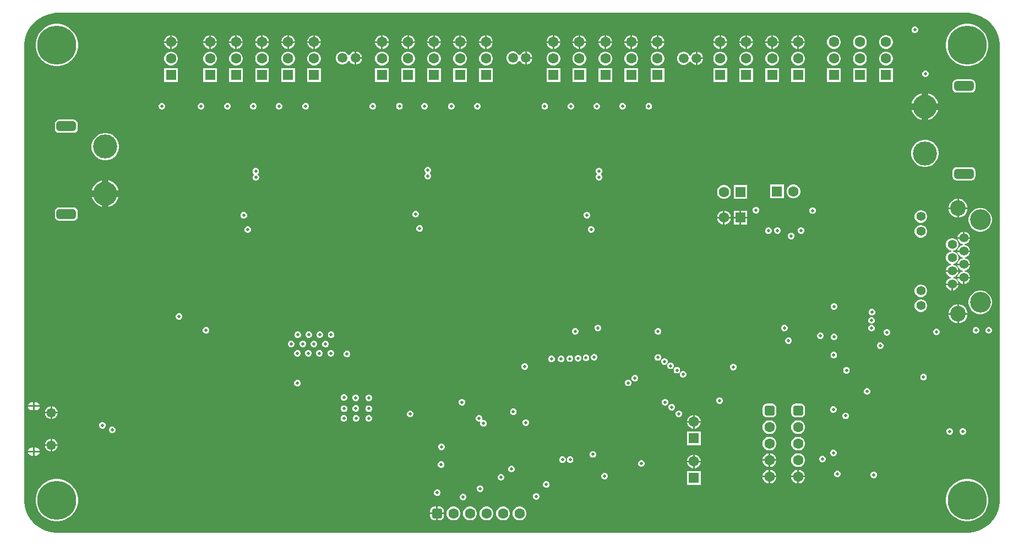
<source format=gbr>
G04*
G04 #@! TF.GenerationSoftware,Altium Limited,Altium Designer,25.1.2 (22)*
G04*
G04 Layer_Physical_Order=2*
G04 Layer_Color=3707366*
%FSLAX44Y44*%
%MOMM*%
G71*
G04*
G04 #@! TF.SameCoordinates,74C72B32-88F7-4DF0-8C8F-3553CF0260E0*
G04*
G04*
G04 #@! TF.FilePolarity,Positive*
G04*
G01*
G75*
%ADD94C,1.6000*%
%ADD108R,1.6000X1.6000*%
%ADD109R,1.6000X1.6000*%
%ADD110C,1.5000*%
G04:AMPARAMS|DCode=111|XSize=1.6mm|YSize=1.6mm|CornerRadius=0.4mm|HoleSize=0mm|Usage=FLASHONLY|Rotation=270.000|XOffset=0mm|YOffset=0mm|HoleType=Round|Shape=RoundedRectangle|*
%AMROUNDEDRECTD111*
21,1,1.6000,0.8000,0,0,270.0*
21,1,0.8000,1.6000,0,0,270.0*
1,1,0.8000,-0.4000,-0.4000*
1,1,0.8000,-0.4000,0.4000*
1,1,0.8000,0.4000,0.4000*
1,1,0.8000,0.4000,-0.4000*
%
%ADD111ROUNDEDRECTD111*%
G04:AMPARAMS|DCode=112|XSize=1.5mm|YSize=3mm|CornerRadius=0.375mm|HoleSize=0mm|Usage=FLASHONLY|Rotation=270.000|XOffset=0mm|YOffset=0mm|HoleType=Round|Shape=RoundedRectangle|*
%AMROUNDEDRECTD112*
21,1,1.5000,2.2500,0,0,270.0*
21,1,0.7500,3.0000,0,0,270.0*
1,1,0.7500,-1.1250,-0.3750*
1,1,0.7500,-1.1250,0.3750*
1,1,0.7500,1.1250,0.3750*
1,1,0.7500,1.1250,-0.3750*
%
%ADD112ROUNDEDRECTD112*%
%ADD113C,3.7000*%
%ADD114C,6.0000*%
%ADD115C,1.4080*%
%ADD117C,2.4000*%
%ADD118C,3.2000*%
%ADD119C,1.4500*%
G04:AMPARAMS|DCode=120|XSize=1.6mm|YSize=1.6mm|CornerRadius=0.4mm|HoleSize=0mm|Usage=FLASHONLY|Rotation=0.000|XOffset=0mm|YOffset=0mm|HoleType=Round|Shape=RoundedRectangle|*
%AMROUNDEDRECTD120*
21,1,1.6000,0.8000,0,0,0.0*
21,1,0.8000,1.6000,0,0,0.0*
1,1,0.8000,0.4000,-0.4000*
1,1,0.8000,-0.4000,-0.4000*
1,1,0.8000,-0.4000,0.4000*
1,1,0.8000,0.4000,0.4000*
%
%ADD120ROUNDEDRECTD120*%
%ADD121C,0.5000*%
G36*
X1558969Y899130D02*
X1565427Y897399D01*
X1571604Y894841D01*
X1577394Y891498D01*
X1582698Y887428D01*
X1587426Y882700D01*
X1591496Y877396D01*
X1594838Y871606D01*
X1597397Y865429D01*
X1599127Y858971D01*
X1600000Y852343D01*
Y849000D01*
X1600000D01*
X1600000Y594000D01*
X1600000Y201250D01*
X1600000Y150500D01*
X1599967Y147178D01*
X1599041Y140599D01*
X1597269Y134196D01*
X1594682Y128077D01*
X1591322Y122345D01*
X1587247Y117097D01*
X1582527Y112422D01*
X1577239Y108399D01*
X1571474Y105096D01*
X1565330Y102568D01*
X1558910Y100859D01*
X1552322Y99998D01*
X1549000Y99998D01*
X1549000Y99998D01*
X1549000Y99998D01*
X151000Y99998D01*
X147657D01*
X141028Y100870D01*
X134571Y102601D01*
X128394Y105159D01*
X122604Y108502D01*
X117300Y112572D01*
X112572Y117300D01*
X108502Y122604D01*
X105159Y128394D01*
X102601Y134571D01*
X100870Y141028D01*
X99998Y147657D01*
Y151000D01*
X99998D01*
X99997Y849000D01*
X100000D01*
Y852343D01*
X100873Y858971D01*
X102603Y865429D01*
X105162Y871606D01*
X108504Y877396D01*
X112575Y882700D01*
X117302Y887428D01*
X122606Y891498D01*
X128396Y894841D01*
X134573Y897399D01*
X141031Y899130D01*
X147660Y900002D01*
X151002D01*
X151002Y900002D01*
X151005Y900000D01*
X152261Y900000D01*
X1548995D01*
X1548997Y900002D01*
X1552340D01*
X1558969Y899130D01*
D02*
G37*
%LPC*%
G36*
X1470502Y879040D02*
X1468497D01*
X1466645Y878273D01*
X1465227Y876855D01*
X1464460Y875003D01*
Y872998D01*
X1465227Y871145D01*
X1466645Y869727D01*
X1468497Y868960D01*
X1470502D01*
X1472355Y869727D01*
X1473773Y871145D01*
X1474540Y872998D01*
Y875003D01*
X1473773Y876855D01*
X1472355Y878273D01*
X1470502Y879040D01*
D02*
G37*
G36*
X1074888Y865690D02*
X1074770D01*
Y856420D01*
X1084040D01*
Y856538D01*
X1083322Y859218D01*
X1081934Y861622D01*
X1079972Y863584D01*
X1077568Y864972D01*
X1074888Y865690D01*
D02*
G37*
G36*
X1072230D02*
X1072112D01*
X1069432Y864972D01*
X1067028Y863584D01*
X1065066Y861622D01*
X1063678Y859218D01*
X1062960Y856538D01*
Y856420D01*
X1072230D01*
Y865690D01*
D02*
G37*
G36*
X1211388D02*
X1211270D01*
Y856420D01*
X1220540D01*
Y856538D01*
X1219822Y859218D01*
X1218434Y861622D01*
X1216472Y863584D01*
X1214068Y864972D01*
X1211388Y865690D01*
D02*
G37*
G36*
X954888D02*
X954770D01*
Y856420D01*
X964040D01*
Y856538D01*
X963322Y859218D01*
X961934Y861622D01*
X959972Y863584D01*
X957568Y864972D01*
X954888Y865690D01*
D02*
G37*
G36*
X914888D02*
X914770D01*
Y856420D01*
X924040D01*
Y856538D01*
X923322Y859218D01*
X921934Y861622D01*
X919972Y863584D01*
X917568Y864972D01*
X914888Y865690D01*
D02*
G37*
G36*
X811388D02*
X811270D01*
Y856420D01*
X820540D01*
Y856538D01*
X819822Y859218D01*
X818434Y861622D01*
X816472Y863584D01*
X814068Y864972D01*
X811388Y865690D01*
D02*
G37*
G36*
X1208730D02*
X1208612D01*
X1205932Y864972D01*
X1203528Y863584D01*
X1201566Y861622D01*
X1200178Y859218D01*
X1199460Y856538D01*
Y856420D01*
X1208730D01*
Y865690D01*
D02*
G37*
G36*
X952230D02*
X952112D01*
X949432Y864972D01*
X947028Y863584D01*
X945066Y861622D01*
X943678Y859218D01*
X942960Y856538D01*
Y856420D01*
X952230D01*
Y865690D01*
D02*
G37*
G36*
X912230D02*
X912112D01*
X909432Y864972D01*
X907028Y863584D01*
X905066Y861622D01*
X903678Y859218D01*
X902960Y856538D01*
Y856420D01*
X912230D01*
Y865690D01*
D02*
G37*
G36*
X808730D02*
X808612D01*
X805932Y864972D01*
X803528Y863584D01*
X801566Y861622D01*
X800178Y859218D01*
X799460Y856538D01*
Y856420D01*
X808730D01*
Y865690D01*
D02*
G37*
G36*
X1291388D02*
X1291270D01*
Y856420D01*
X1300540D01*
Y856538D01*
X1299822Y859218D01*
X1298434Y861622D01*
X1296472Y863584D01*
X1294068Y864972D01*
X1291388Y865690D01*
D02*
G37*
G36*
X1251388D02*
X1251270D01*
Y856420D01*
X1260540D01*
Y856538D01*
X1259822Y859218D01*
X1258434Y861622D01*
X1256472Y863584D01*
X1254068Y864972D01*
X1251388Y865690D01*
D02*
G37*
G36*
X994888D02*
X994770D01*
Y856420D01*
X1004040D01*
Y856538D01*
X1003322Y859218D01*
X1001934Y861622D01*
X999972Y863584D01*
X997568Y864972D01*
X994888Y865690D01*
D02*
G37*
G36*
X691388D02*
X691270D01*
Y856420D01*
X700540D01*
Y856538D01*
X699822Y859218D01*
X698434Y861622D01*
X696472Y863584D01*
X694068Y864972D01*
X691388Y865690D01*
D02*
G37*
G36*
X651388D02*
X651270D01*
Y856420D01*
X660540D01*
Y856538D01*
X659822Y859218D01*
X658434Y861622D01*
X656472Y863584D01*
X654068Y864972D01*
X651388Y865690D01*
D02*
G37*
G36*
X1248730D02*
X1248612D01*
X1245932Y864972D01*
X1243528Y863584D01*
X1241566Y861622D01*
X1240178Y859218D01*
X1239460Y856538D01*
Y856420D01*
X1248730D01*
Y865690D01*
D02*
G37*
G36*
X688730D02*
X688612D01*
X685932Y864972D01*
X683528Y863584D01*
X681566Y861622D01*
X680178Y859218D01*
X679460Y856538D01*
Y856420D01*
X688730D01*
Y865690D01*
D02*
G37*
G36*
X992230D02*
X992112D01*
X989432Y864972D01*
X987028Y863584D01*
X985066Y861622D01*
X983678Y859218D01*
X982960Y856538D01*
Y856420D01*
X992230D01*
Y865690D01*
D02*
G37*
G36*
X648730D02*
X648612D01*
X645932Y864972D01*
X643528Y863584D01*
X641566Y861622D01*
X640178Y859218D01*
X639460Y856538D01*
Y856420D01*
X648730D01*
Y865690D01*
D02*
G37*
G36*
X1288730D02*
X1288612D01*
X1285932Y864972D01*
X1283528Y863584D01*
X1281566Y861622D01*
X1280178Y859218D01*
X1279460Y856538D01*
Y856420D01*
X1288730D01*
Y865690D01*
D02*
G37*
G36*
X1034888D02*
X1034770D01*
Y856420D01*
X1044040D01*
Y856538D01*
X1043322Y859218D01*
X1041934Y861622D01*
X1039972Y863584D01*
X1037568Y864972D01*
X1034888Y865690D01*
D02*
G37*
G36*
X731388D02*
X731270D01*
Y856420D01*
X740540D01*
Y856538D01*
X739822Y859218D01*
X738434Y861622D01*
X736472Y863584D01*
X734068Y864972D01*
X731388Y865690D01*
D02*
G37*
G36*
X1032230D02*
X1032112D01*
X1029432Y864972D01*
X1027028Y863584D01*
X1025066Y861622D01*
X1023678Y859218D01*
X1022960Y856538D01*
Y856420D01*
X1032230D01*
Y865690D01*
D02*
G37*
G36*
X728730D02*
X728612D01*
X725932Y864972D01*
X723528Y863584D01*
X721566Y861622D01*
X720178Y859218D01*
X719460Y856538D01*
Y856420D01*
X728730D01*
Y865690D01*
D02*
G37*
G36*
X1171388D02*
X1171270D01*
Y856420D01*
X1180540D01*
Y856538D01*
X1179822Y859218D01*
X1178434Y861622D01*
X1176472Y863584D01*
X1174068Y864972D01*
X1171388Y865690D01*
D02*
G37*
G36*
X771388D02*
X771270D01*
Y856420D01*
X780540D01*
Y856538D01*
X779822Y859218D01*
X778434Y861622D01*
X776472Y863584D01*
X774068Y864972D01*
X771388Y865690D01*
D02*
G37*
G36*
X1168730D02*
X1168612D01*
X1165932Y864972D01*
X1163528Y863584D01*
X1161566Y861622D01*
X1160178Y859218D01*
X1159460Y856538D01*
Y856420D01*
X1168730D01*
Y865690D01*
D02*
G37*
G36*
X768730D02*
X768612D01*
X765932Y864972D01*
X763528Y863584D01*
X761566Y861622D01*
X760178Y859218D01*
X759460Y856538D01*
Y856420D01*
X768730D01*
Y865690D01*
D02*
G37*
G36*
X506888Y865690D02*
X506770D01*
Y856420D01*
X516040D01*
Y856538D01*
X515322Y859218D01*
X513934Y861622D01*
X511972Y863584D01*
X509568Y864972D01*
X506888Y865690D01*
D02*
G37*
G36*
X504230D02*
X504112D01*
X501432Y864972D01*
X499028Y863584D01*
X497066Y861622D01*
X495678Y859218D01*
X494960Y856538D01*
Y856420D01*
X504230D01*
Y865690D01*
D02*
G37*
G36*
X546888D02*
X546770D01*
Y856420D01*
X556040D01*
Y856538D01*
X555322Y859218D01*
X553934Y861622D01*
X551972Y863584D01*
X549568Y864972D01*
X546888Y865690D01*
D02*
G37*
G36*
X466888D02*
X466770D01*
Y856420D01*
X476040D01*
Y856538D01*
X475322Y859218D01*
X473934Y861622D01*
X471972Y863584D01*
X469568Y864972D01*
X466888Y865690D01*
D02*
G37*
G36*
X464230D02*
X464112D01*
X461432Y864972D01*
X459028Y863584D01*
X457066Y861622D01*
X455678Y859218D01*
X454960Y856538D01*
Y856420D01*
X464230D01*
Y865690D01*
D02*
G37*
G36*
X544230D02*
X544112D01*
X541432Y864972D01*
X539028Y863584D01*
X537066Y861622D01*
X535678Y859218D01*
X534960Y856538D01*
Y856420D01*
X544230D01*
Y865690D01*
D02*
G37*
G36*
X426888D02*
X426770D01*
Y856420D01*
X436040D01*
Y856538D01*
X435322Y859218D01*
X433934Y861622D01*
X431972Y863584D01*
X429568Y864972D01*
X426888Y865690D01*
D02*
G37*
G36*
X386888D02*
X386770D01*
Y856420D01*
X396040D01*
Y856538D01*
X395322Y859218D01*
X393934Y861622D01*
X391972Y863584D01*
X389568Y864972D01*
X386888Y865690D01*
D02*
G37*
G36*
X326888D02*
X326770D01*
Y856420D01*
X336040D01*
Y856538D01*
X335322Y859218D01*
X333934Y861622D01*
X331972Y863584D01*
X329568Y864972D01*
X326888Y865690D01*
D02*
G37*
G36*
X324230D02*
X324112D01*
X321432Y864972D01*
X319028Y863584D01*
X317066Y861622D01*
X315678Y859218D01*
X314960Y856538D01*
Y856420D01*
X324230D01*
Y865690D01*
D02*
G37*
G36*
X424230D02*
X424112D01*
X421432Y864972D01*
X419028Y863584D01*
X417066Y861622D01*
X415678Y859218D01*
X414960Y856538D01*
Y856420D01*
X424230D01*
Y865690D01*
D02*
G37*
G36*
X384230D02*
X384112D01*
X381432Y864972D01*
X379028Y863584D01*
X377066Y861622D01*
X375678Y859218D01*
X374960Y856538D01*
Y856420D01*
X384230D01*
Y865690D01*
D02*
G37*
G36*
X1426388Y865690D02*
X1423612D01*
X1420932Y864972D01*
X1418528Y863584D01*
X1416566Y861622D01*
X1415178Y859218D01*
X1414460Y856538D01*
Y853762D01*
X1415178Y851082D01*
X1416566Y848678D01*
X1418528Y846716D01*
X1420932Y845328D01*
X1423612Y844610D01*
X1426388D01*
X1429068Y845328D01*
X1431472Y846716D01*
X1433434Y848678D01*
X1434822Y851082D01*
X1435540Y853762D01*
Y856538D01*
X1434822Y859218D01*
X1433434Y861622D01*
X1431472Y863584D01*
X1429068Y864972D01*
X1426388Y865690D01*
D02*
G37*
G36*
X1386388D02*
X1383612D01*
X1380932Y864972D01*
X1378528Y863584D01*
X1376566Y861622D01*
X1375178Y859218D01*
X1374460Y856538D01*
Y853762D01*
X1375178Y851082D01*
X1376566Y848678D01*
X1378528Y846716D01*
X1380932Y845328D01*
X1383612Y844610D01*
X1386388D01*
X1389068Y845328D01*
X1391472Y846716D01*
X1393434Y848678D01*
X1394822Y851082D01*
X1395540Y853762D01*
Y856538D01*
X1394822Y859218D01*
X1393434Y861622D01*
X1391472Y863584D01*
X1389068Y864972D01*
X1386388Y865690D01*
D02*
G37*
G36*
X1346388D02*
X1343612D01*
X1340932Y864972D01*
X1338528Y863584D01*
X1336566Y861622D01*
X1335178Y859218D01*
X1334460Y856538D01*
Y853762D01*
X1335178Y851082D01*
X1336566Y848678D01*
X1338528Y846716D01*
X1340932Y845328D01*
X1343612Y844610D01*
X1346388D01*
X1349068Y845328D01*
X1351472Y846716D01*
X1353434Y848678D01*
X1354822Y851082D01*
X1355540Y853762D01*
Y856538D01*
X1354822Y859218D01*
X1353434Y861622D01*
X1351472Y863584D01*
X1349068Y864972D01*
X1346388Y865690D01*
D02*
G37*
G36*
X1300540Y853880D02*
X1291270D01*
Y844610D01*
X1291388D01*
X1294068Y845328D01*
X1296472Y846716D01*
X1298434Y848678D01*
X1299822Y851082D01*
X1300540Y853762D01*
Y853880D01*
D02*
G37*
G36*
X1288730D02*
X1279460D01*
Y853762D01*
X1280178Y851082D01*
X1281566Y848678D01*
X1283528Y846716D01*
X1285932Y845328D01*
X1288612Y844610D01*
X1288730D01*
Y853880D01*
D02*
G37*
G36*
X1260540D02*
X1251270D01*
Y844610D01*
X1251388D01*
X1254068Y845328D01*
X1256472Y846716D01*
X1258434Y848678D01*
X1259822Y851082D01*
X1260540Y853762D01*
Y853880D01*
D02*
G37*
G36*
X1248730D02*
X1239460D01*
Y853762D01*
X1240178Y851082D01*
X1241566Y848678D01*
X1243528Y846716D01*
X1245932Y845328D01*
X1248612Y844610D01*
X1248730D01*
Y853880D01*
D02*
G37*
G36*
X1220540Y853880D02*
X1211270D01*
Y844610D01*
X1211388D01*
X1214068Y845328D01*
X1216472Y846716D01*
X1218434Y848678D01*
X1219822Y851082D01*
X1220540Y853762D01*
Y853880D01*
D02*
G37*
G36*
X1208730D02*
X1199460D01*
Y853762D01*
X1200178Y851082D01*
X1201566Y848678D01*
X1203528Y846716D01*
X1205932Y845328D01*
X1208612Y844610D01*
X1208730D01*
Y853880D01*
D02*
G37*
G36*
X1180540Y853880D02*
X1171270D01*
Y844610D01*
X1171388D01*
X1174068Y845328D01*
X1176472Y846716D01*
X1178434Y848678D01*
X1179822Y851082D01*
X1180540Y853762D01*
Y853880D01*
D02*
G37*
G36*
X1168730D02*
X1159460D01*
Y853762D01*
X1160178Y851082D01*
X1161566Y848678D01*
X1163528Y846716D01*
X1165932Y845328D01*
X1168612Y844610D01*
X1168730D01*
Y853880D01*
D02*
G37*
G36*
X1084040Y853880D02*
X1074770D01*
Y844610D01*
X1074888D01*
X1077568Y845328D01*
X1079972Y846716D01*
X1081934Y848678D01*
X1083322Y851082D01*
X1084040Y853762D01*
Y853880D01*
D02*
G37*
G36*
X1072230D02*
X1062960D01*
Y853762D01*
X1063678Y851082D01*
X1065066Y848678D01*
X1067028Y846716D01*
X1069432Y845328D01*
X1072112Y844610D01*
X1072230D01*
Y853880D01*
D02*
G37*
G36*
X1044040Y853880D02*
X1034770D01*
Y844610D01*
X1034888D01*
X1037568Y845328D01*
X1039972Y846716D01*
X1041934Y848678D01*
X1043322Y851082D01*
X1044040Y853762D01*
Y853880D01*
D02*
G37*
G36*
X1032230D02*
X1022960D01*
Y853762D01*
X1023678Y851082D01*
X1025066Y848678D01*
X1027028Y846716D01*
X1029432Y845328D01*
X1032112Y844610D01*
X1032230D01*
Y853880D01*
D02*
G37*
G36*
X1004040Y853880D02*
X994770D01*
Y844610D01*
X994888D01*
X997568Y845328D01*
X999972Y846716D01*
X1001934Y848678D01*
X1003322Y851082D01*
X1004040Y853762D01*
Y853880D01*
D02*
G37*
G36*
X992230D02*
X982960D01*
Y853762D01*
X983678Y851082D01*
X985066Y848678D01*
X987028Y846716D01*
X989432Y845328D01*
X992112Y844610D01*
X992230D01*
Y853880D01*
D02*
G37*
G36*
X964040Y853880D02*
X954770D01*
Y844610D01*
X954888D01*
X957568Y845328D01*
X959972Y846716D01*
X961934Y848678D01*
X963322Y851082D01*
X964040Y853762D01*
Y853880D01*
D02*
G37*
G36*
X952230D02*
X942960D01*
Y853762D01*
X943678Y851082D01*
X945066Y848678D01*
X947028Y846716D01*
X949432Y845328D01*
X952112Y844610D01*
X952230D01*
Y853880D01*
D02*
G37*
G36*
X924040D02*
X914770D01*
Y844610D01*
X914888D01*
X917568Y845328D01*
X919972Y846716D01*
X921934Y848678D01*
X923322Y851082D01*
X924040Y853762D01*
Y853880D01*
D02*
G37*
G36*
X912230D02*
X902960D01*
Y853762D01*
X903678Y851082D01*
X905066Y848678D01*
X907028Y846716D01*
X909432Y845328D01*
X912112Y844610D01*
X912230D01*
Y853880D01*
D02*
G37*
G36*
X820540D02*
X811270D01*
Y844610D01*
X811388D01*
X814068Y845328D01*
X816472Y846716D01*
X818434Y848678D01*
X819822Y851082D01*
X820540Y853762D01*
Y853880D01*
D02*
G37*
G36*
X808730D02*
X799460D01*
Y853762D01*
X800178Y851082D01*
X801566Y848678D01*
X803528Y846716D01*
X805932Y845328D01*
X808612Y844610D01*
X808730D01*
Y853880D01*
D02*
G37*
G36*
X780540Y853880D02*
X771270D01*
Y844610D01*
X771388D01*
X774068Y845328D01*
X776472Y846716D01*
X778434Y848678D01*
X779822Y851082D01*
X780540Y853762D01*
Y853880D01*
D02*
G37*
G36*
X768730D02*
X759460D01*
Y853762D01*
X760178Y851082D01*
X761566Y848678D01*
X763528Y846716D01*
X765932Y845328D01*
X768612Y844610D01*
X768730D01*
Y853880D01*
D02*
G37*
G36*
X740540Y853880D02*
X731270D01*
Y844610D01*
X731388D01*
X734068Y845328D01*
X736472Y846716D01*
X738434Y848678D01*
X739822Y851082D01*
X740540Y853762D01*
Y853880D01*
D02*
G37*
G36*
X728730D02*
X719460D01*
Y853762D01*
X720178Y851082D01*
X721566Y848678D01*
X723528Y846716D01*
X725932Y845328D01*
X728612Y844610D01*
X728730D01*
Y853880D01*
D02*
G37*
G36*
X700540Y853880D02*
X691270D01*
Y844610D01*
X691388D01*
X694068Y845328D01*
X696472Y846716D01*
X698434Y848678D01*
X699822Y851082D01*
X700540Y853762D01*
Y853880D01*
D02*
G37*
G36*
X688730D02*
X679460D01*
Y853762D01*
X680178Y851082D01*
X681566Y848678D01*
X683528Y846716D01*
X685932Y845328D01*
X688612Y844610D01*
X688730D01*
Y853880D01*
D02*
G37*
G36*
X660540D02*
X651270D01*
Y844610D01*
X651388D01*
X654068Y845328D01*
X656472Y846716D01*
X658434Y848678D01*
X659822Y851082D01*
X660540Y853762D01*
Y853880D01*
D02*
G37*
G36*
X648730D02*
X639460D01*
Y853762D01*
X640178Y851082D01*
X641566Y848678D01*
X643528Y846716D01*
X645932Y845328D01*
X648612Y844610D01*
X648730D01*
Y853880D01*
D02*
G37*
G36*
X556040Y853880D02*
X546770D01*
Y844610D01*
X546888D01*
X549568Y845328D01*
X551972Y846716D01*
X553934Y848678D01*
X555322Y851082D01*
X556040Y853762D01*
Y853880D01*
D02*
G37*
G36*
X544230D02*
X534960D01*
Y853762D01*
X535678Y851082D01*
X537066Y848678D01*
X539028Y846716D01*
X541432Y845328D01*
X544112Y844610D01*
X544230D01*
Y853880D01*
D02*
G37*
G36*
X516040Y853880D02*
X506770D01*
Y844610D01*
X506888D01*
X509568Y845328D01*
X511972Y846716D01*
X513934Y848678D01*
X515322Y851082D01*
X516040Y853762D01*
Y853880D01*
D02*
G37*
G36*
X504230D02*
X494960D01*
Y853762D01*
X495678Y851082D01*
X497066Y848678D01*
X499028Y846716D01*
X501432Y845328D01*
X504112Y844610D01*
X504230D01*
Y853880D01*
D02*
G37*
G36*
X476040Y853880D02*
X466770D01*
Y844610D01*
X466888D01*
X469568Y845328D01*
X471972Y846716D01*
X473934Y848678D01*
X475322Y851082D01*
X476040Y853762D01*
Y853880D01*
D02*
G37*
G36*
X464230D02*
X454960D01*
Y853762D01*
X455678Y851082D01*
X457066Y848678D01*
X459028Y846716D01*
X461432Y845328D01*
X464112Y844610D01*
X464230D01*
Y853880D01*
D02*
G37*
G36*
X436040Y853880D02*
X426770D01*
Y844610D01*
X426888D01*
X429568Y845328D01*
X431972Y846716D01*
X433934Y848678D01*
X435322Y851082D01*
X436040Y853762D01*
Y853880D01*
D02*
G37*
G36*
X424230D02*
X414960D01*
Y853762D01*
X415678Y851082D01*
X417066Y848678D01*
X419028Y846716D01*
X421432Y845328D01*
X424112Y844610D01*
X424230D01*
Y853880D01*
D02*
G37*
G36*
X396040D02*
X386770D01*
Y844610D01*
X386888D01*
X389568Y845328D01*
X391972Y846716D01*
X393934Y848678D01*
X395322Y851082D01*
X396040Y853762D01*
Y853880D01*
D02*
G37*
G36*
X384230D02*
X374960D01*
Y853762D01*
X375678Y851082D01*
X377066Y848678D01*
X379028Y846716D01*
X381432Y845328D01*
X384112Y844610D01*
X384230D01*
Y853880D01*
D02*
G37*
G36*
X336040D02*
X326770D01*
Y844610D01*
X326888D01*
X329568Y845328D01*
X331972Y846716D01*
X333934Y848678D01*
X335322Y851082D01*
X336040Y853762D01*
Y853880D01*
D02*
G37*
G36*
X324230D02*
X314960D01*
Y853762D01*
X315678Y851082D01*
X317066Y848678D01*
X319028Y846716D01*
X321432Y845328D01*
X324112Y844610D01*
X324230D01*
Y853880D01*
D02*
G37*
G36*
X870010Y840940D02*
X869958D01*
X867405Y840256D01*
X865115Y838934D01*
X863246Y837065D01*
X861942Y834807D01*
X861666Y834741D01*
X860894D01*
X860618Y834807D01*
X859314Y837065D01*
X857445Y838934D01*
X855155Y840256D01*
X852602Y840940D01*
X849958D01*
X847405Y840256D01*
X845115Y838934D01*
X843246Y837065D01*
X841924Y834775D01*
X841240Y832222D01*
Y829578D01*
X841924Y827025D01*
X843246Y824735D01*
X845115Y822866D01*
X847405Y821544D01*
X849958Y820860D01*
X852602D01*
X855155Y821544D01*
X857445Y822866D01*
X859314Y824735D01*
X860618Y826993D01*
X860894Y827059D01*
X861666D01*
X861942Y826993D01*
X863246Y824735D01*
X865115Y822866D01*
X867405Y821544D01*
X869958Y820860D01*
X870010D01*
Y830900D01*
Y840940D01*
D02*
G37*
G36*
X607760Y840690D02*
X607708D01*
X605155Y840006D01*
X602865Y838684D01*
X600996Y836815D01*
X599692Y834557D01*
X599416Y834491D01*
X598644D01*
X598368Y834557D01*
X597064Y836815D01*
X595195Y838684D01*
X592905Y840006D01*
X590352Y840690D01*
X587708D01*
X585155Y840006D01*
X582865Y838684D01*
X580996Y836815D01*
X579674Y834525D01*
X578990Y831972D01*
Y829328D01*
X579674Y826775D01*
X580996Y824485D01*
X582865Y822616D01*
X585155Y821294D01*
X587708Y820610D01*
X590352D01*
X592905Y821294D01*
X595195Y822616D01*
X597064Y824485D01*
X598368Y826743D01*
X598644Y826809D01*
X599416D01*
X599692Y826743D01*
X600996Y824485D01*
X602865Y822616D01*
X605155Y821294D01*
X607708Y820610D01*
X607760D01*
Y830650D01*
Y840690D01*
D02*
G37*
G36*
X1132510Y840190D02*
X1132458D01*
X1129905Y839506D01*
X1127615Y838184D01*
X1125746Y836315D01*
X1124442Y834056D01*
X1124166Y833991D01*
X1123394D01*
X1123118Y834056D01*
X1121814Y836315D01*
X1119945Y838184D01*
X1117655Y839506D01*
X1115102Y840190D01*
X1112458D01*
X1109905Y839506D01*
X1107615Y838184D01*
X1105746Y836315D01*
X1104424Y834025D01*
X1103740Y831472D01*
Y828828D01*
X1104424Y826275D01*
X1105746Y823985D01*
X1107615Y822116D01*
X1109905Y820794D01*
X1112458Y820110D01*
X1115102D01*
X1117655Y820794D01*
X1119945Y822116D01*
X1121814Y823985D01*
X1123118Y826244D01*
X1123394Y826309D01*
X1124166D01*
X1124442Y826244D01*
X1125746Y823985D01*
X1127615Y822116D01*
X1129905Y820794D01*
X1132458Y820110D01*
X1132510D01*
Y830150D01*
Y840190D01*
D02*
G37*
G36*
X872602Y840940D02*
X872550D01*
Y832170D01*
X881320D01*
Y832222D01*
X880636Y834775D01*
X879314Y837065D01*
X877445Y838934D01*
X875155Y840256D01*
X872602Y840940D01*
D02*
G37*
G36*
X610352Y840690D02*
X610300D01*
Y831920D01*
X619070D01*
Y831972D01*
X618386Y834525D01*
X617064Y836815D01*
X615195Y838684D01*
X612905Y840006D01*
X610352Y840690D01*
D02*
G37*
G36*
X1135102Y840190D02*
X1135050D01*
Y831420D01*
X1143820D01*
Y831472D01*
X1143136Y834025D01*
X1141814Y836315D01*
X1139945Y838184D01*
X1137655Y839506D01*
X1135102Y840190D01*
D02*
G37*
G36*
X881320Y829630D02*
X872550D01*
Y820860D01*
X872602D01*
X875155Y821544D01*
X877445Y822866D01*
X879314Y824735D01*
X880636Y827025D01*
X881320Y829578D01*
Y829630D01*
D02*
G37*
G36*
X619070Y829380D02*
X610300D01*
Y820610D01*
X610352D01*
X612905Y821294D01*
X615195Y822616D01*
X617064Y824485D01*
X618386Y826775D01*
X619070Y829328D01*
Y829380D01*
D02*
G37*
G36*
X1143820Y828880D02*
X1135050D01*
Y820110D01*
X1135102D01*
X1137655Y820794D01*
X1139945Y822116D01*
X1141814Y823985D01*
X1143136Y826275D01*
X1143820Y828828D01*
Y828880D01*
D02*
G37*
G36*
X1426388Y840290D02*
X1423612D01*
X1420932Y839572D01*
X1418528Y838184D01*
X1416566Y836222D01*
X1415178Y833818D01*
X1414460Y831138D01*
Y828362D01*
X1415178Y825682D01*
X1416566Y823278D01*
X1418528Y821316D01*
X1420932Y819928D01*
X1423612Y819210D01*
X1426388D01*
X1429068Y819928D01*
X1431472Y821316D01*
X1433434Y823278D01*
X1434822Y825682D01*
X1435540Y828362D01*
Y831138D01*
X1434822Y833818D01*
X1433434Y836222D01*
X1431472Y838184D01*
X1429068Y839572D01*
X1426388Y840290D01*
D02*
G37*
G36*
X1386388D02*
X1383612D01*
X1380932Y839572D01*
X1378528Y838184D01*
X1376566Y836222D01*
X1375178Y833818D01*
X1374460Y831138D01*
Y828362D01*
X1375178Y825682D01*
X1376566Y823278D01*
X1378528Y821316D01*
X1380932Y819928D01*
X1383612Y819210D01*
X1386388D01*
X1389068Y819928D01*
X1391472Y821316D01*
X1393434Y823278D01*
X1394822Y825682D01*
X1395540Y828362D01*
Y831138D01*
X1394822Y833818D01*
X1393434Y836222D01*
X1391472Y838184D01*
X1389068Y839572D01*
X1386388Y840290D01*
D02*
G37*
G36*
X1346388D02*
X1343612D01*
X1340932Y839572D01*
X1338528Y838184D01*
X1336566Y836222D01*
X1335178Y833818D01*
X1334460Y831138D01*
Y828362D01*
X1335178Y825682D01*
X1336566Y823278D01*
X1338528Y821316D01*
X1340932Y819928D01*
X1343612Y819210D01*
X1346388D01*
X1349068Y819928D01*
X1351472Y821316D01*
X1353434Y823278D01*
X1354822Y825682D01*
X1355540Y828362D01*
Y831138D01*
X1354822Y833818D01*
X1353434Y836222D01*
X1351472Y838184D01*
X1349068Y839572D01*
X1346388Y840290D01*
D02*
G37*
G36*
X1291388D02*
X1288612D01*
X1285932Y839572D01*
X1283528Y838184D01*
X1281566Y836222D01*
X1280178Y833818D01*
X1279460Y831138D01*
Y828362D01*
X1280178Y825682D01*
X1281566Y823278D01*
X1283528Y821316D01*
X1285932Y819928D01*
X1288612Y819210D01*
X1291388D01*
X1294068Y819928D01*
X1296472Y821316D01*
X1298434Y823278D01*
X1299822Y825682D01*
X1300540Y828362D01*
Y831138D01*
X1299822Y833818D01*
X1298434Y836222D01*
X1296472Y838184D01*
X1294068Y839572D01*
X1291388Y840290D01*
D02*
G37*
G36*
X1251388D02*
X1248612D01*
X1245932Y839572D01*
X1243528Y838184D01*
X1241566Y836222D01*
X1240178Y833818D01*
X1239460Y831138D01*
Y828362D01*
X1240178Y825682D01*
X1241566Y823278D01*
X1243528Y821316D01*
X1245932Y819928D01*
X1248612Y819210D01*
X1251388D01*
X1254068Y819928D01*
X1256472Y821316D01*
X1258434Y823278D01*
X1259822Y825682D01*
X1260540Y828362D01*
Y831138D01*
X1259822Y833818D01*
X1258434Y836222D01*
X1256472Y838184D01*
X1254068Y839572D01*
X1251388Y840290D01*
D02*
G37*
G36*
X1211388D02*
X1208612D01*
X1205932Y839572D01*
X1203528Y838184D01*
X1201566Y836222D01*
X1200178Y833818D01*
X1199460Y831138D01*
Y828362D01*
X1200178Y825682D01*
X1201566Y823278D01*
X1203528Y821316D01*
X1205932Y819928D01*
X1208612Y819210D01*
X1211388D01*
X1214068Y819928D01*
X1216472Y821316D01*
X1218434Y823278D01*
X1219822Y825682D01*
X1220540Y828362D01*
Y831138D01*
X1219822Y833818D01*
X1218434Y836222D01*
X1216472Y838184D01*
X1214068Y839572D01*
X1211388Y840290D01*
D02*
G37*
G36*
X1171388D02*
X1168612D01*
X1165932Y839572D01*
X1163528Y838184D01*
X1161566Y836222D01*
X1160178Y833818D01*
X1159460Y831138D01*
Y828362D01*
X1160178Y825682D01*
X1161566Y823278D01*
X1163528Y821316D01*
X1165932Y819928D01*
X1168612Y819210D01*
X1171388D01*
X1174068Y819928D01*
X1176472Y821316D01*
X1178434Y823278D01*
X1179822Y825682D01*
X1180540Y828362D01*
Y831138D01*
X1179822Y833818D01*
X1178434Y836222D01*
X1176472Y838184D01*
X1174068Y839572D01*
X1171388Y840290D01*
D02*
G37*
G36*
X1074888D02*
X1072112D01*
X1069432Y839572D01*
X1067028Y838184D01*
X1065066Y836222D01*
X1063678Y833818D01*
X1062960Y831138D01*
Y828362D01*
X1063678Y825682D01*
X1065066Y823278D01*
X1067028Y821316D01*
X1069432Y819928D01*
X1072112Y819210D01*
X1074888D01*
X1077568Y819928D01*
X1079972Y821316D01*
X1081934Y823278D01*
X1083322Y825682D01*
X1084040Y828362D01*
Y831138D01*
X1083322Y833818D01*
X1081934Y836222D01*
X1079972Y838184D01*
X1077568Y839572D01*
X1074888Y840290D01*
D02*
G37*
G36*
X1034888D02*
X1032112D01*
X1029432Y839572D01*
X1027028Y838184D01*
X1025066Y836222D01*
X1023678Y833818D01*
X1022960Y831138D01*
Y828362D01*
X1023678Y825682D01*
X1025066Y823278D01*
X1027028Y821316D01*
X1029432Y819928D01*
X1032112Y819210D01*
X1034888D01*
X1037568Y819928D01*
X1039972Y821316D01*
X1041934Y823278D01*
X1043322Y825682D01*
X1044040Y828362D01*
Y831138D01*
X1043322Y833818D01*
X1041934Y836222D01*
X1039972Y838184D01*
X1037568Y839572D01*
X1034888Y840290D01*
D02*
G37*
G36*
X994888D02*
X992112D01*
X989432Y839572D01*
X987028Y838184D01*
X985066Y836222D01*
X983678Y833818D01*
X982960Y831138D01*
Y828362D01*
X983678Y825682D01*
X985066Y823278D01*
X987028Y821316D01*
X989432Y819928D01*
X992112Y819210D01*
X994888D01*
X997568Y819928D01*
X999972Y821316D01*
X1001934Y823278D01*
X1003322Y825682D01*
X1004040Y828362D01*
Y831138D01*
X1003322Y833818D01*
X1001934Y836222D01*
X999972Y838184D01*
X997568Y839572D01*
X994888Y840290D01*
D02*
G37*
G36*
X954888D02*
X952112D01*
X949432Y839572D01*
X947028Y838184D01*
X945066Y836222D01*
X943678Y833818D01*
X942960Y831138D01*
Y828362D01*
X943678Y825682D01*
X945066Y823278D01*
X947028Y821316D01*
X949432Y819928D01*
X952112Y819210D01*
X954888D01*
X957568Y819928D01*
X959972Y821316D01*
X961934Y823278D01*
X963322Y825682D01*
X964040Y828362D01*
Y831138D01*
X963322Y833818D01*
X961934Y836222D01*
X959972Y838184D01*
X957568Y839572D01*
X954888Y840290D01*
D02*
G37*
G36*
X914888D02*
X912112D01*
X909432Y839572D01*
X907028Y838184D01*
X905066Y836222D01*
X903678Y833818D01*
X902960Y831138D01*
Y828362D01*
X903678Y825682D01*
X905066Y823278D01*
X907028Y821316D01*
X909432Y819928D01*
X912112Y819210D01*
X914888D01*
X917568Y819928D01*
X919972Y821316D01*
X921934Y823278D01*
X923322Y825682D01*
X924040Y828362D01*
Y831138D01*
X923322Y833818D01*
X921934Y836222D01*
X919972Y838184D01*
X917568Y839572D01*
X914888Y840290D01*
D02*
G37*
G36*
X811388D02*
X808612D01*
X805932Y839572D01*
X803528Y838184D01*
X801566Y836222D01*
X800178Y833818D01*
X799460Y831138D01*
Y828362D01*
X800178Y825682D01*
X801566Y823278D01*
X803528Y821316D01*
X805932Y819928D01*
X808612Y819210D01*
X811388D01*
X814068Y819928D01*
X816472Y821316D01*
X818434Y823278D01*
X819822Y825682D01*
X820540Y828362D01*
Y831138D01*
X819822Y833818D01*
X818434Y836222D01*
X816472Y838184D01*
X814068Y839572D01*
X811388Y840290D01*
D02*
G37*
G36*
X771388D02*
X768612D01*
X765932Y839572D01*
X763528Y838184D01*
X761566Y836222D01*
X760178Y833818D01*
X759460Y831138D01*
Y828362D01*
X760178Y825682D01*
X761566Y823278D01*
X763528Y821316D01*
X765932Y819928D01*
X768612Y819210D01*
X771388D01*
X774068Y819928D01*
X776472Y821316D01*
X778434Y823278D01*
X779822Y825682D01*
X780540Y828362D01*
Y831138D01*
X779822Y833818D01*
X778434Y836222D01*
X776472Y838184D01*
X774068Y839572D01*
X771388Y840290D01*
D02*
G37*
G36*
X731388D02*
X728612D01*
X725932Y839572D01*
X723528Y838184D01*
X721566Y836222D01*
X720178Y833818D01*
X719460Y831138D01*
Y828362D01*
X720178Y825682D01*
X721566Y823278D01*
X723528Y821316D01*
X725932Y819928D01*
X728612Y819210D01*
X731388D01*
X734068Y819928D01*
X736472Y821316D01*
X738434Y823278D01*
X739822Y825682D01*
X740540Y828362D01*
Y831138D01*
X739822Y833818D01*
X738434Y836222D01*
X736472Y838184D01*
X734068Y839572D01*
X731388Y840290D01*
D02*
G37*
G36*
X691388D02*
X688612D01*
X685932Y839572D01*
X683528Y838184D01*
X681566Y836222D01*
X680178Y833818D01*
X679460Y831138D01*
Y828362D01*
X680178Y825682D01*
X681566Y823278D01*
X683528Y821316D01*
X685932Y819928D01*
X688612Y819210D01*
X691388D01*
X694068Y819928D01*
X696472Y821316D01*
X698434Y823278D01*
X699822Y825682D01*
X700540Y828362D01*
Y831138D01*
X699822Y833818D01*
X698434Y836222D01*
X696472Y838184D01*
X694068Y839572D01*
X691388Y840290D01*
D02*
G37*
G36*
X651388D02*
X648612D01*
X645932Y839572D01*
X643528Y838184D01*
X641566Y836222D01*
X640178Y833818D01*
X639460Y831138D01*
Y828362D01*
X640178Y825682D01*
X641566Y823278D01*
X643528Y821316D01*
X645932Y819928D01*
X648612Y819210D01*
X651388D01*
X654068Y819928D01*
X656472Y821316D01*
X658434Y823278D01*
X659822Y825682D01*
X660540Y828362D01*
Y831138D01*
X659822Y833818D01*
X658434Y836222D01*
X656472Y838184D01*
X654068Y839572D01*
X651388Y840290D01*
D02*
G37*
G36*
X546888Y840290D02*
X544112D01*
X541432Y839572D01*
X539028Y838184D01*
X537066Y836222D01*
X535678Y833818D01*
X534960Y831138D01*
Y828362D01*
X535678Y825682D01*
X537066Y823278D01*
X539028Y821316D01*
X541432Y819928D01*
X544112Y819210D01*
X546888D01*
X549568Y819928D01*
X551972Y821316D01*
X553934Y823278D01*
X555322Y825682D01*
X556040Y828362D01*
Y831138D01*
X555322Y833818D01*
X553934Y836222D01*
X551972Y838184D01*
X549568Y839572D01*
X546888Y840290D01*
D02*
G37*
G36*
X506888D02*
X504112D01*
X501432Y839572D01*
X499028Y838184D01*
X497066Y836222D01*
X495678Y833818D01*
X494960Y831138D01*
Y828362D01*
X495678Y825682D01*
X497066Y823278D01*
X499028Y821316D01*
X501432Y819928D01*
X504112Y819210D01*
X506888D01*
X509568Y819928D01*
X511972Y821316D01*
X513934Y823278D01*
X515322Y825682D01*
X516040Y828362D01*
Y831138D01*
X515322Y833818D01*
X513934Y836222D01*
X511972Y838184D01*
X509568Y839572D01*
X506888Y840290D01*
D02*
G37*
G36*
X466888D02*
X464112D01*
X461432Y839572D01*
X459028Y838184D01*
X457066Y836222D01*
X455678Y833818D01*
X454960Y831138D01*
Y828362D01*
X455678Y825682D01*
X457066Y823278D01*
X459028Y821316D01*
X461432Y819928D01*
X464112Y819210D01*
X466888D01*
X469568Y819928D01*
X471972Y821316D01*
X473934Y823278D01*
X475322Y825682D01*
X476040Y828362D01*
Y831138D01*
X475322Y833818D01*
X473934Y836222D01*
X471972Y838184D01*
X469568Y839572D01*
X466888Y840290D01*
D02*
G37*
G36*
X426888D02*
X424112D01*
X421432Y839572D01*
X419028Y838184D01*
X417066Y836222D01*
X415678Y833818D01*
X414960Y831138D01*
Y828362D01*
X415678Y825682D01*
X417066Y823278D01*
X419028Y821316D01*
X421432Y819928D01*
X424112Y819210D01*
X426888D01*
X429568Y819928D01*
X431972Y821316D01*
X433934Y823278D01*
X435322Y825682D01*
X436040Y828362D01*
Y831138D01*
X435322Y833818D01*
X433934Y836222D01*
X431972Y838184D01*
X429568Y839572D01*
X426888Y840290D01*
D02*
G37*
G36*
X386888D02*
X384112D01*
X381432Y839572D01*
X379028Y838184D01*
X377066Y836222D01*
X375678Y833818D01*
X374960Y831138D01*
Y828362D01*
X375678Y825682D01*
X377066Y823278D01*
X379028Y821316D01*
X381432Y819928D01*
X384112Y819210D01*
X386888D01*
X389568Y819928D01*
X391972Y821316D01*
X393934Y823278D01*
X395322Y825682D01*
X396040Y828362D01*
Y831138D01*
X395322Y833818D01*
X393934Y836222D01*
X391972Y838184D01*
X389568Y839572D01*
X386888Y840290D01*
D02*
G37*
G36*
X326888D02*
X324112D01*
X321432Y839572D01*
X319028Y838184D01*
X317066Y836222D01*
X315678Y833818D01*
X314960Y831138D01*
Y828362D01*
X315678Y825682D01*
X317066Y823278D01*
X319028Y821316D01*
X321432Y819928D01*
X324112Y819210D01*
X326888D01*
X329568Y819928D01*
X331972Y821316D01*
X333934Y823278D01*
X335322Y825682D01*
X336040Y828362D01*
Y831138D01*
X335322Y833818D01*
X333934Y836222D01*
X331972Y838184D01*
X329568Y839572D01*
X326888Y840290D01*
D02*
G37*
G36*
X1552361Y883140D02*
X1547239D01*
X1542180Y882339D01*
X1537309Y880756D01*
X1532745Y878431D01*
X1528602Y875420D01*
X1524980Y871798D01*
X1521969Y867655D01*
X1519644Y863091D01*
X1518061Y858220D01*
X1517260Y853161D01*
Y848039D01*
X1518061Y842980D01*
X1519644Y838109D01*
X1521969Y833545D01*
X1524980Y829402D01*
X1528602Y825780D01*
X1532745Y822769D01*
X1537309Y820444D01*
X1542180Y818861D01*
X1547239Y818060D01*
X1552361D01*
X1557420Y818861D01*
X1562291Y820444D01*
X1566855Y822769D01*
X1570998Y825780D01*
X1574620Y829402D01*
X1577631Y833545D01*
X1579956Y838109D01*
X1581539Y842980D01*
X1582340Y848039D01*
Y853161D01*
X1581539Y858220D01*
X1579956Y863091D01*
X1577631Y867655D01*
X1574620Y871798D01*
X1570998Y875420D01*
X1566855Y878431D01*
X1562291Y880756D01*
X1557420Y882339D01*
X1552361Y883140D01*
D02*
G37*
G36*
X152361D02*
X147239D01*
X142180Y882339D01*
X137309Y880756D01*
X132745Y878431D01*
X128602Y875420D01*
X124980Y871798D01*
X121969Y867655D01*
X119644Y863091D01*
X118061Y858220D01*
X117260Y853161D01*
Y848039D01*
X118061Y842980D01*
X119644Y838109D01*
X121969Y833545D01*
X124980Y829402D01*
X128602Y825780D01*
X132745Y822769D01*
X137309Y820444D01*
X142180Y818861D01*
X147239Y818060D01*
X152361D01*
X157420Y818861D01*
X162291Y820444D01*
X166855Y822769D01*
X170998Y825780D01*
X174620Y829402D01*
X177631Y833545D01*
X179956Y838109D01*
X181539Y842980D01*
X182340Y848039D01*
Y853161D01*
X181539Y858220D01*
X179956Y863091D01*
X177631Y867655D01*
X174620Y871798D01*
X170998Y875420D01*
X166855Y878431D01*
X162291Y880756D01*
X157420Y882339D01*
X152361Y883140D01*
D02*
G37*
G36*
X1486752Y811290D02*
X1484747D01*
X1482895Y810523D01*
X1481477Y809105D01*
X1480710Y807253D01*
Y805247D01*
X1481477Y803395D01*
X1482895Y801977D01*
X1484747Y801210D01*
X1486752D01*
X1488605Y801977D01*
X1490023Y803395D01*
X1490790Y805247D01*
Y807253D01*
X1490023Y809105D01*
X1488605Y810523D01*
X1486752Y811290D01*
D02*
G37*
G36*
X1435540Y814890D02*
X1414460D01*
Y793810D01*
X1435540D01*
Y814890D01*
D02*
G37*
G36*
X1395540D02*
X1374460D01*
Y793810D01*
X1395540D01*
Y814890D01*
D02*
G37*
G36*
X1355540D02*
X1334460D01*
Y793810D01*
X1355540D01*
Y814890D01*
D02*
G37*
G36*
X1300540D02*
X1279460D01*
Y793810D01*
X1300540D01*
Y814890D01*
D02*
G37*
G36*
X1260540D02*
X1239460D01*
Y793810D01*
X1260540D01*
Y814890D01*
D02*
G37*
G36*
X1220540D02*
X1199460D01*
Y793810D01*
X1220540D01*
Y814890D01*
D02*
G37*
G36*
X1180540D02*
X1159460D01*
Y793810D01*
X1180540D01*
Y814890D01*
D02*
G37*
G36*
X1084040D02*
X1062960D01*
Y793810D01*
X1084040D01*
Y814890D01*
D02*
G37*
G36*
X1044040D02*
X1022960D01*
Y793810D01*
X1044040D01*
Y814890D01*
D02*
G37*
G36*
X1004040D02*
X982960D01*
Y793810D01*
X1004040D01*
Y814890D01*
D02*
G37*
G36*
X964040D02*
X942960D01*
Y793810D01*
X964040D01*
Y814890D01*
D02*
G37*
G36*
X924040D02*
X902960D01*
Y793810D01*
X924040D01*
Y814890D01*
D02*
G37*
G36*
X820540D02*
X799460D01*
Y793810D01*
X820540D01*
Y814890D01*
D02*
G37*
G36*
X780540D02*
X759460D01*
Y793810D01*
X780540D01*
Y814890D01*
D02*
G37*
G36*
X740540D02*
X719460D01*
Y793810D01*
X740540D01*
Y814890D01*
D02*
G37*
G36*
X700540D02*
X679460D01*
Y793810D01*
X700540D01*
Y814890D01*
D02*
G37*
G36*
X660540D02*
X639460D01*
Y793810D01*
X660540D01*
Y814890D01*
D02*
G37*
G36*
X556040Y814890D02*
X534960D01*
Y793810D01*
X556040D01*
Y814890D01*
D02*
G37*
G36*
X516040D02*
X494960D01*
Y793810D01*
X516040D01*
Y814890D01*
D02*
G37*
G36*
X476040D02*
X454960D01*
Y793810D01*
X476040D01*
Y814890D01*
D02*
G37*
G36*
X436040D02*
X414960D01*
Y793810D01*
X436040D01*
Y814890D01*
D02*
G37*
G36*
X396040D02*
X374960D01*
Y793810D01*
X396040D01*
Y814890D01*
D02*
G37*
G36*
X336040D02*
X314960D01*
Y793810D01*
X336040D01*
Y814890D01*
D02*
G37*
G36*
X1556250Y797663D02*
X1533750D01*
X1531296Y797175D01*
X1529215Y795785D01*
X1527825Y793704D01*
X1527337Y791250D01*
Y783750D01*
X1527825Y781296D01*
X1529215Y779215D01*
X1531296Y777825D01*
X1533750Y777337D01*
X1556250D01*
X1558704Y777825D01*
X1560785Y779215D01*
X1562175Y781296D01*
X1562663Y783750D01*
Y791250D01*
X1562175Y793704D01*
X1560785Y795785D01*
X1558704Y797175D01*
X1556250Y797663D01*
D02*
G37*
G36*
X1490080Y776442D02*
Y761080D01*
X1505442D01*
X1505231Y762137D01*
X1503645Y765966D01*
X1501343Y769412D01*
X1498412Y772343D01*
X1494966Y774645D01*
X1491137Y776232D01*
X1490080Y776442D01*
D02*
G37*
G36*
X1479920Y776442D02*
X1478863Y776232D01*
X1475034Y774645D01*
X1471588Y772343D01*
X1468657Y769412D01*
X1466355Y765966D01*
X1464769Y762137D01*
X1464558Y761080D01*
X1479920D01*
Y776442D01*
D02*
G37*
G36*
X677753Y761790D02*
X675748D01*
X673895Y761023D01*
X672477Y759605D01*
X671710Y757753D01*
Y755748D01*
X672477Y753895D01*
X673895Y752477D01*
X675748Y751710D01*
X677753D01*
X679605Y752477D01*
X681023Y753895D01*
X681790Y755748D01*
Y757753D01*
X681023Y759605D01*
X679605Y761023D01*
X677753Y761790D01*
D02*
G37*
G36*
X1061253Y761540D02*
X1059248D01*
X1057395Y760773D01*
X1055977Y759355D01*
X1055210Y757503D01*
Y755498D01*
X1055977Y753645D01*
X1057395Y752227D01*
X1059248Y751460D01*
X1061253D01*
X1063105Y752227D01*
X1064523Y753645D01*
X1065290Y755498D01*
Y757503D01*
X1064523Y759355D01*
X1063105Y760773D01*
X1061253Y761540D01*
D02*
G37*
G36*
X1020752D02*
X1018747D01*
X1016895Y760773D01*
X1015477Y759355D01*
X1014710Y757503D01*
Y755498D01*
X1015477Y753645D01*
X1016895Y752227D01*
X1018747Y751460D01*
X1020752D01*
X1022605Y752227D01*
X1024023Y753645D01*
X1024790Y755498D01*
Y757503D01*
X1024023Y759355D01*
X1022605Y760773D01*
X1020752Y761540D01*
D02*
G37*
G36*
X981253D02*
X979248D01*
X977395Y760773D01*
X975977Y759355D01*
X975210Y757503D01*
Y755498D01*
X975977Y753645D01*
X977395Y752227D01*
X979248Y751460D01*
X981253D01*
X983105Y752227D01*
X984523Y753645D01*
X985290Y755498D01*
Y757503D01*
X984523Y759355D01*
X983105Y760773D01*
X981253Y761540D01*
D02*
G37*
G36*
X901253D02*
X899248D01*
X897395Y760773D01*
X895977Y759355D01*
X895210Y757503D01*
Y755498D01*
X895977Y753645D01*
X897395Y752227D01*
X899248Y751460D01*
X901253D01*
X903105Y752227D01*
X904523Y753645D01*
X905290Y755498D01*
Y757503D01*
X904523Y759355D01*
X903105Y760773D01*
X901253Y761540D01*
D02*
G37*
G36*
X797753D02*
X795748D01*
X793895Y760773D01*
X792477Y759355D01*
X791710Y757503D01*
Y755498D01*
X792477Y753645D01*
X793895Y752227D01*
X795748Y751460D01*
X797753D01*
X799605Y752227D01*
X801023Y753645D01*
X801790Y755498D01*
Y757503D01*
X801023Y759355D01*
X799605Y760773D01*
X797753Y761540D01*
D02*
G37*
G36*
X716503D02*
X714498D01*
X712645Y760773D01*
X711227Y759355D01*
X710460Y757503D01*
Y755498D01*
X711227Y753645D01*
X712645Y752227D01*
X714498Y751460D01*
X716503D01*
X718355Y752227D01*
X719773Y753645D01*
X720540Y755498D01*
Y757503D01*
X719773Y759355D01*
X718355Y760773D01*
X716503Y761540D01*
D02*
G37*
G36*
X413503D02*
X411497D01*
X409645Y760773D01*
X408227Y759355D01*
X407460Y757503D01*
Y755498D01*
X408227Y753645D01*
X409645Y752227D01*
X411497Y751460D01*
X413503D01*
X415355Y752227D01*
X416773Y753645D01*
X417540Y755498D01*
Y757503D01*
X416773Y759355D01*
X415355Y760773D01*
X413503Y761540D01*
D02*
G37*
G36*
X372752D02*
X370747D01*
X368895Y760773D01*
X367477Y759355D01*
X366710Y757503D01*
Y755498D01*
X367477Y753645D01*
X368895Y752227D01*
X370747Y751460D01*
X372752D01*
X374605Y752227D01*
X376023Y753645D01*
X376790Y755498D01*
Y757503D01*
X376023Y759355D01*
X374605Y760773D01*
X372752Y761540D01*
D02*
G37*
G36*
X312502D02*
X310497D01*
X308645Y760773D01*
X307227Y759355D01*
X306460Y757503D01*
Y755498D01*
X307227Y753645D01*
X308645Y752227D01*
X310497Y751460D01*
X312502D01*
X314355Y752227D01*
X315773Y753645D01*
X316540Y755498D01*
Y757503D01*
X315773Y759355D01*
X314355Y760773D01*
X312502Y761540D01*
D02*
G37*
G36*
X941503Y761290D02*
X939498D01*
X937645Y760523D01*
X936227Y759105D01*
X935460Y757253D01*
Y755247D01*
X936227Y753395D01*
X937645Y751977D01*
X939498Y751210D01*
X941503D01*
X943355Y751977D01*
X944773Y753395D01*
X945540Y755247D01*
Y757253D01*
X944773Y759105D01*
X943355Y760523D01*
X941503Y761290D01*
D02*
G37*
G36*
X757503D02*
X755498D01*
X753645Y760523D01*
X752227Y759105D01*
X751460Y757253D01*
Y755247D01*
X752227Y753395D01*
X753645Y751977D01*
X755498Y751210D01*
X757503D01*
X759355Y751977D01*
X760773Y753395D01*
X761540Y755247D01*
Y757253D01*
X760773Y759105D01*
X759355Y760523D01*
X757503Y761290D01*
D02*
G37*
G36*
X637002D02*
X634997D01*
X633145Y760523D01*
X631727Y759105D01*
X630960Y757253D01*
Y755247D01*
X631727Y753395D01*
X633145Y751977D01*
X634997Y751210D01*
X637002D01*
X638855Y751977D01*
X640273Y753395D01*
X641040Y755247D01*
Y757253D01*
X640273Y759105D01*
X638855Y760523D01*
X637002Y761290D01*
D02*
G37*
G36*
X533753D02*
X531748D01*
X529895Y760523D01*
X528477Y759105D01*
X527710Y757253D01*
Y755247D01*
X528477Y753395D01*
X529895Y751977D01*
X531748Y751210D01*
X533753D01*
X535605Y751977D01*
X537023Y753395D01*
X537790Y755247D01*
Y757253D01*
X537023Y759105D01*
X535605Y760523D01*
X533753Y761290D01*
D02*
G37*
G36*
X492503D02*
X490498D01*
X488645Y760523D01*
X487227Y759105D01*
X486460Y757253D01*
Y755247D01*
X487227Y753395D01*
X488645Y751977D01*
X490498Y751210D01*
X492503D01*
X494355Y751977D01*
X495773Y753395D01*
X496540Y755247D01*
Y757253D01*
X495773Y759105D01*
X494355Y760523D01*
X492503Y761290D01*
D02*
G37*
G36*
X453252D02*
X451247D01*
X449395Y760523D01*
X447977Y759105D01*
X447210Y757253D01*
Y755247D01*
X447977Y753395D01*
X449395Y751977D01*
X451247Y751210D01*
X453252D01*
X455105Y751977D01*
X456523Y753395D01*
X457290Y755247D01*
Y757253D01*
X456523Y759105D01*
X455105Y760523D01*
X453252Y761290D01*
D02*
G37*
G36*
X1505442Y750920D02*
X1490080D01*
Y735558D01*
X1491137Y735769D01*
X1494966Y737355D01*
X1498412Y739657D01*
X1501343Y742588D01*
X1503645Y746034D01*
X1505231Y749863D01*
X1505442Y750920D01*
D02*
G37*
G36*
X1479920D02*
X1464558D01*
X1464769Y749863D01*
X1466355Y746034D01*
X1468657Y742588D01*
X1471588Y739657D01*
X1475034Y737355D01*
X1478863Y735769D01*
X1479920Y735558D01*
Y750920D01*
D02*
G37*
G36*
X175750Y735913D02*
X153250D01*
X150796Y735425D01*
X148715Y734035D01*
X147325Y731954D01*
X146837Y729500D01*
Y722000D01*
X147325Y719546D01*
X148715Y717465D01*
X150796Y716075D01*
X153250Y715587D01*
X175750D01*
X178204Y716075D01*
X180285Y717465D01*
X181675Y719546D01*
X182163Y722000D01*
Y729500D01*
X181675Y731954D01*
X180285Y734035D01*
X178204Y735425D01*
X175750Y735913D01*
D02*
G37*
G36*
X226572Y715290D02*
X222428D01*
X218363Y714481D01*
X214534Y712895D01*
X211088Y710593D01*
X208157Y707662D01*
X205855Y704216D01*
X204269Y700387D01*
X203460Y696322D01*
Y692178D01*
X204269Y688113D01*
X205855Y684284D01*
X208157Y680838D01*
X211088Y677907D01*
X214534Y675605D01*
X218363Y674018D01*
X222428Y673210D01*
X226572D01*
X230637Y674018D01*
X234466Y675605D01*
X237912Y677907D01*
X240843Y680838D01*
X243145Y684284D01*
X244731Y688113D01*
X245540Y692178D01*
Y696322D01*
X244731Y700387D01*
X243145Y704216D01*
X240843Y707662D01*
X237912Y710593D01*
X234466Y712895D01*
X230637Y714481D01*
X226572Y715290D01*
D02*
G37*
G36*
X1487072Y705040D02*
X1482928D01*
X1478863Y704231D01*
X1475034Y702645D01*
X1471588Y700343D01*
X1468657Y697412D01*
X1466355Y693966D01*
X1464769Y690137D01*
X1463960Y686072D01*
Y681928D01*
X1464769Y677863D01*
X1466355Y674034D01*
X1468657Y670588D01*
X1471588Y667657D01*
X1475034Y665355D01*
X1478863Y663769D01*
X1482928Y662960D01*
X1487072D01*
X1491137Y663769D01*
X1494966Y665355D01*
X1498412Y667657D01*
X1501343Y670588D01*
X1503645Y674034D01*
X1505231Y677863D01*
X1506040Y681928D01*
Y686072D01*
X1505231Y690137D01*
X1503645Y693966D01*
X1501343Y697412D01*
X1498412Y700343D01*
X1494966Y702645D01*
X1491137Y704231D01*
X1487072Y705040D01*
D02*
G37*
G36*
X721273Y663239D02*
X719268D01*
X717416Y662471D01*
X715998Y661054D01*
X715230Y659201D01*
Y657196D01*
X715998Y655344D01*
X717102Y654239D01*
X717370Y653688D01*
X717174Y652652D01*
X716227Y651705D01*
X715460Y649853D01*
Y647848D01*
X716227Y645995D01*
X717645Y644577D01*
X719498Y643810D01*
X721503D01*
X723355Y644577D01*
X724773Y645995D01*
X725540Y647848D01*
Y649853D01*
X724773Y651705D01*
X723668Y652809D01*
X723400Y653361D01*
X723597Y654397D01*
X724543Y655344D01*
X725311Y657196D01*
Y659201D01*
X724543Y661054D01*
X723125Y662471D01*
X721273Y663239D01*
D02*
G37*
G36*
X984773Y661889D02*
X982768D01*
X980916Y661121D01*
X979498Y659704D01*
X978730Y657851D01*
Y655846D01*
X979498Y653994D01*
X980602Y652889D01*
X980870Y652338D01*
X980674Y651301D01*
X979727Y650355D01*
X978960Y648503D01*
Y646497D01*
X979727Y644645D01*
X981145Y643227D01*
X982998Y642460D01*
X985003D01*
X986855Y643227D01*
X988273Y644645D01*
X989040Y646497D01*
Y648503D01*
X988273Y650355D01*
X987168Y651459D01*
X986900Y652011D01*
X987097Y653047D01*
X988043Y653994D01*
X988811Y655846D01*
Y657851D01*
X988043Y659704D01*
X986626Y661121D01*
X984773Y661889D01*
D02*
G37*
G36*
X1556250Y662663D02*
X1533750D01*
X1531296Y662175D01*
X1529215Y660785D01*
X1527825Y658704D01*
X1527337Y656250D01*
Y648750D01*
X1527825Y646296D01*
X1529215Y644215D01*
X1531296Y642825D01*
X1533750Y642337D01*
X1556250D01*
X1558704Y642825D01*
X1560785Y644215D01*
X1562175Y646296D01*
X1562663Y648750D01*
Y656250D01*
X1562175Y658704D01*
X1560785Y660785D01*
X1558704Y662175D01*
X1556250Y662663D01*
D02*
G37*
G36*
X456773Y661389D02*
X454768D01*
X452916Y660621D01*
X451498Y659204D01*
X450731Y657351D01*
Y655346D01*
X451498Y653494D01*
X452602Y652389D01*
X452870Y651838D01*
X452674Y650801D01*
X451727Y649855D01*
X450960Y648002D01*
Y645997D01*
X451727Y644145D01*
X453145Y642727D01*
X454997Y641960D01*
X457002D01*
X458855Y642727D01*
X460273Y644145D01*
X461040Y645997D01*
Y648002D01*
X460273Y649855D01*
X459168Y650959D01*
X458900Y651511D01*
X459097Y652547D01*
X460043Y653494D01*
X460811Y655346D01*
Y657351D01*
X460043Y659204D01*
X458625Y660621D01*
X456773Y661389D01*
D02*
G37*
G36*
X229580Y642692D02*
Y627330D01*
X244942D01*
X244731Y628387D01*
X243145Y632216D01*
X240843Y635662D01*
X237912Y638593D01*
X234466Y640895D01*
X230637Y642481D01*
X229580Y642692D01*
D02*
G37*
G36*
X219420D02*
X218363Y642481D01*
X214534Y640895D01*
X211088Y638593D01*
X208157Y635662D01*
X205855Y632216D01*
X204269Y628387D01*
X204058Y627330D01*
X219420D01*
Y642692D01*
D02*
G37*
G36*
X1284038Y635940D02*
X1281262D01*
X1278582Y635222D01*
X1276178Y633834D01*
X1274216Y631872D01*
X1272828Y629468D01*
X1272110Y626788D01*
Y624012D01*
X1272828Y621332D01*
X1274216Y618928D01*
X1276178Y616966D01*
X1278582Y615578D01*
X1281262Y614860D01*
X1284038D01*
X1286718Y615578D01*
X1289122Y616966D01*
X1291084Y618928D01*
X1292472Y621332D01*
X1293190Y624012D01*
Y626788D01*
X1292472Y629468D01*
X1291084Y631872D01*
X1289122Y633834D01*
X1286718Y635222D01*
X1284038Y635940D01*
D02*
G37*
G36*
X1267790D02*
X1246710D01*
Y614860D01*
X1267790D01*
Y635940D01*
D02*
G37*
G36*
X1211790Y635140D02*
X1190710D01*
Y614060D01*
X1211790D01*
Y635140D01*
D02*
G37*
G36*
X1177238D02*
X1174462D01*
X1171782Y634422D01*
X1169378Y633034D01*
X1167416Y631072D01*
X1166028Y628668D01*
X1165310Y625988D01*
Y623212D01*
X1166028Y620532D01*
X1167416Y618128D01*
X1169378Y616166D01*
X1171782Y614778D01*
X1174462Y614060D01*
X1177238D01*
X1179918Y614778D01*
X1182322Y616166D01*
X1184284Y618128D01*
X1185672Y620532D01*
X1186390Y623212D01*
Y625988D01*
X1185672Y628668D01*
X1184284Y631072D01*
X1182322Y633034D01*
X1179918Y634422D01*
X1177238Y635140D01*
D02*
G37*
G36*
X219420Y617170D02*
X204058D01*
X204269Y616113D01*
X205855Y612284D01*
X208157Y608838D01*
X211088Y605907D01*
X214534Y603605D01*
X218363Y602019D01*
X219420Y601808D01*
Y617170D01*
D02*
G37*
G36*
X244942D02*
X229580D01*
Y601808D01*
X230637Y602019D01*
X234466Y603605D01*
X237912Y605907D01*
X240843Y608838D01*
X243145Y612284D01*
X244731Y616113D01*
X244942Y617170D01*
D02*
G37*
G36*
X1537644Y614120D02*
X1537000D01*
Y600850D01*
X1550270D01*
Y601494D01*
X1549279Y605192D01*
X1547365Y608508D01*
X1544658Y611215D01*
X1541342Y613129D01*
X1537644Y614120D01*
D02*
G37*
G36*
X1534460D02*
X1533816D01*
X1530118Y613129D01*
X1526802Y611215D01*
X1524095Y608508D01*
X1522181Y605192D01*
X1521190Y601494D01*
Y600850D01*
X1534460D01*
Y614120D01*
D02*
G37*
G36*
X1226253Y601790D02*
X1224248D01*
X1222395Y601023D01*
X1220977Y599605D01*
X1220210Y597752D01*
Y595747D01*
X1220977Y593895D01*
X1222395Y592477D01*
X1224248Y591710D01*
X1226253D01*
X1228105Y592477D01*
X1229523Y593895D01*
X1230290Y595747D01*
Y597752D01*
X1229523Y599605D01*
X1228105Y601023D01*
X1226253Y601790D01*
D02*
G37*
G36*
X1313253Y601040D02*
X1311248D01*
X1309395Y600273D01*
X1307977Y598855D01*
X1307210Y597002D01*
Y594997D01*
X1307977Y593145D01*
X1309395Y591727D01*
X1311248Y590960D01*
X1313253D01*
X1315105Y591727D01*
X1316523Y593145D01*
X1317290Y594997D01*
Y597002D01*
X1316523Y598855D01*
X1315105Y600273D01*
X1313253Y601040D01*
D02*
G37*
G36*
X1177238Y595640D02*
X1177120D01*
Y586370D01*
X1186390D01*
Y586488D01*
X1185672Y589168D01*
X1184284Y591572D01*
X1182322Y593534D01*
X1179918Y594922D01*
X1177238Y595640D01*
D02*
G37*
G36*
X1211790D02*
X1202520D01*
Y586370D01*
X1211790D01*
Y595640D01*
D02*
G37*
G36*
X1174580D02*
X1174462D01*
X1171782Y594922D01*
X1169378Y593534D01*
X1167416Y591572D01*
X1166028Y589168D01*
X1165310Y586488D01*
Y586370D01*
X1174580D01*
Y595640D01*
D02*
G37*
G36*
X1199980D02*
X1190710D01*
Y586370D01*
X1199980D01*
Y595640D01*
D02*
G37*
G36*
X702728Y595415D02*
X700723D01*
X698870Y594648D01*
X697452Y593230D01*
X696685Y591377D01*
Y589372D01*
X697452Y587520D01*
X698870Y586102D01*
X700723Y585335D01*
X702728D01*
X704580Y586102D01*
X705998Y587520D01*
X706765Y589372D01*
Y591377D01*
X705998Y593230D01*
X704580Y594648D01*
X702728Y595415D01*
D02*
G37*
G36*
X1550270Y598310D02*
X1537000D01*
Y585040D01*
X1537644D01*
X1541342Y586031D01*
X1544658Y587945D01*
X1547365Y590652D01*
X1549279Y593968D01*
X1550270Y597666D01*
Y598310D01*
D02*
G37*
G36*
X1534460D02*
X1521190D01*
Y597666D01*
X1522181Y593968D01*
X1524095Y590652D01*
X1526802Y587945D01*
X1530118Y586031D01*
X1533816Y585040D01*
X1534460D01*
Y598310D01*
D02*
G37*
G36*
X966227Y594065D02*
X964222D01*
X962370Y593298D01*
X960952Y591880D01*
X960185Y590028D01*
Y588022D01*
X960952Y586170D01*
X962370Y584752D01*
X964222Y583985D01*
X966227D01*
X968080Y584752D01*
X969498Y586170D01*
X970265Y588022D01*
Y590028D01*
X969498Y591880D01*
X968080Y593298D01*
X966227Y594065D01*
D02*
G37*
G36*
X438228Y593565D02*
X436222D01*
X434370Y592798D01*
X432952Y591380D01*
X432185Y589528D01*
Y587523D01*
X432952Y585670D01*
X434370Y584252D01*
X436222Y583485D01*
X438228D01*
X440080Y584252D01*
X441498Y585670D01*
X442265Y587523D01*
Y589528D01*
X441498Y591380D01*
X440080Y592798D01*
X438228Y593565D01*
D02*
G37*
G36*
X175750Y600913D02*
X153250D01*
X150796Y600425D01*
X148715Y599035D01*
X147325Y596954D01*
X146837Y594500D01*
Y587000D01*
X147325Y584546D01*
X148715Y582465D01*
X150796Y581075D01*
X153250Y580587D01*
X175750D01*
X178204Y581075D01*
X180285Y582465D01*
X181675Y584546D01*
X182163Y587000D01*
Y594500D01*
X181675Y596954D01*
X180285Y599035D01*
X178204Y600425D01*
X175750Y600913D01*
D02*
G37*
G36*
X1479891Y596510D02*
X1477369D01*
X1474932Y595857D01*
X1472748Y594596D01*
X1470964Y592812D01*
X1469703Y590628D01*
X1469050Y588191D01*
Y585669D01*
X1469703Y583232D01*
X1470964Y581048D01*
X1472748Y579264D01*
X1474932Y578003D01*
X1477369Y577350D01*
X1479891D01*
X1482328Y578003D01*
X1484512Y579264D01*
X1486296Y581048D01*
X1487557Y583232D01*
X1488210Y585669D01*
Y588191D01*
X1487557Y590628D01*
X1486296Y592812D01*
X1484512Y594596D01*
X1482328Y595857D01*
X1479891Y596510D01*
D02*
G37*
G36*
X1211790Y583830D02*
X1202520D01*
Y574560D01*
X1211790D01*
Y583830D01*
D02*
G37*
G36*
X1199980D02*
X1190710D01*
Y574560D01*
X1199980D01*
Y583830D01*
D02*
G37*
G36*
X1186390D02*
X1177120D01*
Y574560D01*
X1177238D01*
X1179918Y575278D01*
X1182322Y576666D01*
X1184284Y578628D01*
X1185672Y581032D01*
X1186390Y583712D01*
Y583830D01*
D02*
G37*
G36*
X1174580D02*
X1165310D01*
Y583712D01*
X1166028Y581032D01*
X1167416Y578628D01*
X1169378Y576666D01*
X1171782Y575278D01*
X1174462Y574560D01*
X1174580D01*
Y583830D01*
D02*
G37*
G36*
X1571803Y599830D02*
X1568257D01*
X1564780Y599138D01*
X1561504Y597781D01*
X1558556Y595812D01*
X1556048Y593304D01*
X1554079Y590356D01*
X1552722Y587080D01*
X1552030Y583603D01*
Y580057D01*
X1552722Y576580D01*
X1554079Y573304D01*
X1556048Y570356D01*
X1558556Y567849D01*
X1561504Y565879D01*
X1564780Y564522D01*
X1568257Y563830D01*
X1571803D01*
X1575280Y564522D01*
X1578556Y565879D01*
X1581504Y567849D01*
X1584012Y570356D01*
X1585981Y573304D01*
X1587338Y576580D01*
X1588030Y580057D01*
Y583603D01*
X1587338Y587080D01*
X1585981Y590356D01*
X1584012Y593304D01*
X1581504Y595812D01*
X1578556Y597781D01*
X1575280Y599138D01*
X1571803Y599830D01*
D02*
G37*
G36*
X709003Y573390D02*
X706998D01*
X705145Y572623D01*
X703727Y571205D01*
X702960Y569352D01*
Y567347D01*
X703727Y565495D01*
X705145Y564077D01*
X706998Y563310D01*
X709003D01*
X710855Y564077D01*
X712273Y565495D01*
X713040Y567347D01*
Y569352D01*
X712273Y571205D01*
X710855Y572623D01*
X709003Y573390D01*
D02*
G37*
G36*
X972503Y572040D02*
X970498D01*
X968645Y571273D01*
X967227Y569855D01*
X966460Y568003D01*
Y565998D01*
X967227Y564145D01*
X968645Y562727D01*
X970498Y561960D01*
X972503D01*
X974355Y562727D01*
X975773Y564145D01*
X976540Y565998D01*
Y568003D01*
X975773Y569855D01*
X974355Y571273D01*
X972503Y572040D01*
D02*
G37*
G36*
X444502Y571540D02*
X442497D01*
X440645Y570773D01*
X439227Y569355D01*
X438460Y567503D01*
Y565498D01*
X439227Y563645D01*
X440645Y562227D01*
X442497Y561460D01*
X444502D01*
X446355Y562227D01*
X447773Y563645D01*
X448540Y565498D01*
Y567503D01*
X447773Y569355D01*
X446355Y570773D01*
X444502Y571540D01*
D02*
G37*
G36*
X1295502Y570540D02*
X1293497D01*
X1291645Y569773D01*
X1290227Y568355D01*
X1289460Y566502D01*
Y564497D01*
X1290227Y562645D01*
X1291645Y561227D01*
X1293497Y560460D01*
X1295502D01*
X1297355Y561227D01*
X1298773Y562645D01*
X1299540Y564497D01*
Y566502D01*
X1298773Y568355D01*
X1297355Y569773D01*
X1295502Y570540D01*
D02*
G37*
G36*
X1259252Y570290D02*
X1257247D01*
X1255395Y569523D01*
X1253977Y568105D01*
X1253210Y566253D01*
Y564248D01*
X1253977Y562395D01*
X1255395Y560977D01*
X1257247Y560210D01*
X1259252D01*
X1261105Y560977D01*
X1262523Y562395D01*
X1263290Y564248D01*
Y566253D01*
X1262523Y568105D01*
X1261105Y569523D01*
X1259252Y570290D01*
D02*
G37*
G36*
X1245253Y570040D02*
X1243248D01*
X1241395Y569273D01*
X1239977Y567855D01*
X1239210Y566003D01*
Y563997D01*
X1239977Y562145D01*
X1241395Y560727D01*
X1243248Y559960D01*
X1245253D01*
X1247105Y560727D01*
X1248523Y562145D01*
X1249290Y563997D01*
Y566003D01*
X1248523Y567855D01*
X1247105Y569273D01*
X1245253Y570040D01*
D02*
G37*
G36*
X1545900Y563608D02*
Y555300D01*
X1554208D01*
X1553557Y557728D01*
X1552296Y559912D01*
X1550512Y561696D01*
X1548328Y562957D01*
X1545900Y563608D01*
D02*
G37*
G36*
X1543360Y563608D02*
X1540932Y562957D01*
X1538748Y561696D01*
X1536964Y559912D01*
X1535703Y557728D01*
X1535052Y555300D01*
X1543360D01*
Y563608D01*
D02*
G37*
G36*
X1479891Y573610D02*
X1477369D01*
X1474932Y572957D01*
X1472748Y571696D01*
X1470964Y569912D01*
X1469703Y567728D01*
X1469050Y565291D01*
Y562769D01*
X1469703Y560332D01*
X1470964Y558148D01*
X1472748Y556364D01*
X1474932Y555103D01*
X1477369Y554450D01*
X1479891D01*
X1482328Y555103D01*
X1484512Y556364D01*
X1486296Y558148D01*
X1487557Y560332D01*
X1488210Y562769D01*
Y565291D01*
X1487557Y567728D01*
X1486296Y569912D01*
X1484512Y571696D01*
X1482328Y572957D01*
X1479891Y573610D01*
D02*
G37*
G36*
X1280502Y562040D02*
X1278497D01*
X1276645Y561273D01*
X1275227Y559855D01*
X1274460Y558003D01*
Y555998D01*
X1275227Y554145D01*
X1276645Y552727D01*
X1278497Y551960D01*
X1280502D01*
X1282355Y552727D01*
X1283773Y554145D01*
X1284540Y555998D01*
Y558003D01*
X1283773Y559855D01*
X1282355Y561273D01*
X1280502Y562040D01*
D02*
G37*
G36*
X1554208Y552760D02*
X1544630D01*
X1535052D01*
X1535703Y550332D01*
X1536964Y548148D01*
X1538748Y546364D01*
X1540932Y545103D01*
X1543369Y544450D01*
Y543210D01*
X1540932Y542557D01*
X1538748Y541296D01*
X1536964Y539512D01*
X1535703Y537328D01*
X1535052Y534900D01*
X1544630D01*
X1554208D01*
X1553557Y537328D01*
X1552296Y539512D01*
X1550512Y541296D01*
X1548328Y542557D01*
X1545891Y543210D01*
Y544450D01*
X1548328Y545103D01*
X1550512Y546364D01*
X1552296Y548148D01*
X1553557Y550332D01*
X1554208Y552760D01*
D02*
G37*
G36*
Y532360D02*
X1544630D01*
X1535052D01*
X1535703Y529932D01*
X1536964Y527748D01*
X1538748Y525964D01*
X1540932Y524703D01*
X1543369Y524050D01*
Y522810D01*
X1540932Y522157D01*
X1538748Y520896D01*
X1536964Y519112D01*
X1535703Y516928D01*
X1535052Y514500D01*
X1544630D01*
X1554208D01*
X1553557Y516928D01*
X1552296Y519112D01*
X1550512Y520896D01*
X1548328Y522157D01*
X1545891Y522810D01*
Y524050D01*
X1548328Y524703D01*
X1550512Y525964D01*
X1552296Y527748D01*
X1553557Y529932D01*
X1554208Y532360D01*
D02*
G37*
G36*
X1528091Y553410D02*
X1525569D01*
X1523132Y552757D01*
X1520948Y551496D01*
X1519164Y549712D01*
X1517903Y547528D01*
X1517250Y545091D01*
Y542569D01*
X1517903Y540132D01*
X1519164Y537948D01*
X1520948Y536164D01*
X1523132Y534903D01*
X1525569Y534250D01*
Y533010D01*
X1523132Y532357D01*
X1520948Y531096D01*
X1519164Y529312D01*
X1517903Y527128D01*
X1517250Y524691D01*
Y522169D01*
X1517903Y519732D01*
X1519164Y517548D01*
X1520948Y515764D01*
X1523132Y514503D01*
X1525569Y513850D01*
Y512610D01*
X1523132Y511957D01*
X1520948Y510696D01*
X1519164Y508912D01*
X1517903Y506728D01*
X1517252Y504300D01*
X1526830D01*
X1536408D01*
X1535757Y506728D01*
X1534496Y508912D01*
X1532712Y510696D01*
X1530528Y511957D01*
X1528091Y512610D01*
Y513850D01*
X1530528Y514503D01*
X1532712Y515764D01*
X1534496Y517548D01*
X1535757Y519732D01*
X1536410Y522169D01*
Y524691D01*
X1535757Y527128D01*
X1534496Y529312D01*
X1532712Y531096D01*
X1530528Y532357D01*
X1528091Y533010D01*
Y534250D01*
X1530528Y534903D01*
X1532712Y536164D01*
X1534496Y537948D01*
X1535757Y540132D01*
X1536410Y542569D01*
Y545091D01*
X1535757Y547528D01*
X1534496Y549712D01*
X1532712Y551496D01*
X1530528Y552757D01*
X1528091Y553410D01*
D02*
G37*
G36*
X1554208Y511960D02*
X1544630D01*
X1535052D01*
X1535703Y509532D01*
X1536964Y507348D01*
X1538748Y505564D01*
X1540932Y504303D01*
X1543369Y503650D01*
Y502410D01*
X1540932Y501757D01*
X1538748Y500496D01*
X1536964Y498712D01*
X1535703Y496528D01*
X1535052Y494100D01*
X1544630D01*
X1554208D01*
X1553557Y496528D01*
X1552296Y498712D01*
X1550512Y500496D01*
X1548328Y501757D01*
X1545891Y502410D01*
Y503650D01*
X1548328Y504303D01*
X1550512Y505564D01*
X1552296Y507348D01*
X1553557Y509532D01*
X1554208Y511960D01*
D02*
G37*
G36*
X1536408Y501760D02*
X1526830D01*
X1517252D01*
X1517903Y499332D01*
X1519164Y497148D01*
X1520948Y495364D01*
X1523132Y494103D01*
X1525569Y493450D01*
Y492210D01*
X1523132Y491557D01*
X1520948Y490296D01*
X1519164Y488512D01*
X1517903Y486328D01*
X1517252Y483900D01*
X1526830D01*
X1536408D01*
X1535757Y486328D01*
X1534496Y488512D01*
X1532712Y490296D01*
X1530528Y491557D01*
X1528091Y492210D01*
Y493450D01*
X1530528Y494103D01*
X1532712Y495364D01*
X1534496Y497148D01*
X1535757Y499332D01*
X1536408Y501760D01*
D02*
G37*
G36*
X1543360Y491560D02*
X1535052D01*
X1535703Y489132D01*
X1536964Y486948D01*
X1538748Y485164D01*
X1540932Y483903D01*
X1543360Y483252D01*
Y491560D01*
D02*
G37*
G36*
X1554208D02*
X1545900D01*
Y483252D01*
X1548328Y483903D01*
X1550512Y485164D01*
X1552296Y486948D01*
X1553557Y489132D01*
X1554208Y491560D01*
D02*
G37*
G36*
X1536408Y481360D02*
X1528100D01*
Y473052D01*
X1530528Y473703D01*
X1532712Y474964D01*
X1534496Y476748D01*
X1535757Y478932D01*
X1536408Y481360D01*
D02*
G37*
G36*
X1525560D02*
X1517252D01*
X1517903Y478932D01*
X1519164Y476748D01*
X1520948Y474964D01*
X1523132Y473703D01*
X1525560Y473052D01*
Y481360D01*
D02*
G37*
G36*
X1479891Y482210D02*
X1477369D01*
X1474932Y481557D01*
X1472748Y480296D01*
X1470964Y478512D01*
X1469703Y476328D01*
X1469050Y473891D01*
Y471369D01*
X1469703Y468932D01*
X1470964Y466748D01*
X1472748Y464964D01*
X1474932Y463703D01*
X1477369Y463050D01*
X1479891D01*
X1482328Y463703D01*
X1484512Y464964D01*
X1486296Y466748D01*
X1487557Y468932D01*
X1488210Y471369D01*
Y473891D01*
X1487557Y476328D01*
X1486296Y478512D01*
X1484512Y480296D01*
X1482328Y481557D01*
X1479891Y482210D01*
D02*
G37*
G36*
X1346003Y453540D02*
X1343997D01*
X1342145Y452773D01*
X1340727Y451355D01*
X1339960Y449502D01*
Y447497D01*
X1340727Y445645D01*
X1342145Y444227D01*
X1343997Y443460D01*
X1346003D01*
X1347855Y444227D01*
X1349273Y445645D01*
X1350040Y447497D01*
Y449502D01*
X1349273Y451355D01*
X1347855Y452773D01*
X1346003Y453540D01*
D02*
G37*
G36*
X1479891Y459310D02*
X1477369D01*
X1474932Y458657D01*
X1472748Y457396D01*
X1470964Y455612D01*
X1469703Y453428D01*
X1469050Y450991D01*
Y448469D01*
X1469703Y446032D01*
X1470964Y443848D01*
X1472748Y442064D01*
X1474932Y440803D01*
X1477369Y440150D01*
X1479891D01*
X1482328Y440803D01*
X1484512Y442064D01*
X1486296Y443848D01*
X1487557Y446032D01*
X1488210Y448469D01*
Y450991D01*
X1487557Y453428D01*
X1486296Y455612D01*
X1484512Y457396D01*
X1482328Y458657D01*
X1479891Y459310D01*
D02*
G37*
G36*
X1537644Y451620D02*
X1537000D01*
Y438350D01*
X1550270D01*
Y438994D01*
X1549279Y442692D01*
X1547365Y446008D01*
X1544658Y448715D01*
X1541342Y450629D01*
X1537644Y451620D01*
D02*
G37*
G36*
X1534460D02*
X1533816D01*
X1530118Y450629D01*
X1526802Y448715D01*
X1524095Y446008D01*
X1522181Y442692D01*
X1521190Y438994D01*
Y438350D01*
X1534460D01*
Y451620D01*
D02*
G37*
G36*
X1571803Y472830D02*
X1568257D01*
X1564780Y472138D01*
X1561504Y470781D01*
X1558556Y468811D01*
X1556048Y466304D01*
X1554079Y463356D01*
X1552722Y460080D01*
X1552030Y456603D01*
Y453057D01*
X1552722Y449580D01*
X1554079Y446304D01*
X1556048Y443356D01*
X1558556Y440849D01*
X1561504Y438879D01*
X1564780Y437522D01*
X1568257Y436830D01*
X1571803D01*
X1575280Y437522D01*
X1578556Y438879D01*
X1581504Y440849D01*
X1584012Y443356D01*
X1585981Y446304D01*
X1587338Y449580D01*
X1588030Y453057D01*
Y456603D01*
X1587338Y460080D01*
X1585981Y463356D01*
X1584012Y466304D01*
X1581504Y468811D01*
X1578556Y470781D01*
X1575280Y472138D01*
X1571803Y472830D01*
D02*
G37*
G36*
X1404252Y444540D02*
X1402247D01*
X1400395Y443773D01*
X1398977Y442355D01*
X1398210Y440503D01*
Y438498D01*
X1398977Y436645D01*
X1400395Y435227D01*
X1402247Y434460D01*
X1404252D01*
X1406105Y435227D01*
X1407523Y436645D01*
X1408290Y438498D01*
Y440503D01*
X1407523Y442355D01*
X1406105Y443773D01*
X1404252Y444540D01*
D02*
G37*
G36*
X339002Y438040D02*
X336997D01*
X335145Y437273D01*
X333727Y435855D01*
X332960Y434002D01*
Y431997D01*
X333727Y430145D01*
X335145Y428727D01*
X336997Y427960D01*
X339002D01*
X340855Y428727D01*
X342273Y430145D01*
X343040Y431997D01*
Y434002D01*
X342273Y435855D01*
X340855Y437273D01*
X339002Y438040D01*
D02*
G37*
G36*
X1550270Y435810D02*
X1537000D01*
Y422540D01*
X1537644D01*
X1541342Y423531D01*
X1544658Y425445D01*
X1547365Y428152D01*
X1549279Y431468D01*
X1550270Y435166D01*
Y435810D01*
D02*
G37*
G36*
X1534460D02*
X1521190D01*
Y435166D01*
X1522181Y431468D01*
X1524095Y428152D01*
X1526802Y425445D01*
X1530118Y423531D01*
X1533816Y422540D01*
X1534460D01*
Y435810D01*
D02*
G37*
G36*
X1403752Y431790D02*
X1401747D01*
X1399895Y431023D01*
X1398477Y429605D01*
X1397710Y427752D01*
Y425747D01*
X1398477Y423895D01*
X1399895Y422477D01*
X1401747Y421710D01*
X1403752D01*
X1405605Y422477D01*
X1407023Y423895D01*
X1407790Y425747D01*
Y427752D01*
X1407023Y429605D01*
X1405605Y431023D01*
X1403752Y431790D01*
D02*
G37*
G36*
X983002Y420540D02*
X980997D01*
X979145Y419773D01*
X977727Y418355D01*
X976960Y416502D01*
Y414497D01*
X977727Y412645D01*
X979145Y411227D01*
X980997Y410460D01*
X983002D01*
X984855Y411227D01*
X986273Y412645D01*
X987040Y414497D01*
Y416502D01*
X986273Y418355D01*
X984855Y419773D01*
X983002Y420540D01*
D02*
G37*
G36*
X1269753Y420290D02*
X1267747D01*
X1265895Y419523D01*
X1264477Y418105D01*
X1263710Y416253D01*
Y414248D01*
X1264477Y412395D01*
X1265895Y410977D01*
X1267747Y410210D01*
X1269753D01*
X1271605Y410977D01*
X1273023Y412395D01*
X1273790Y414248D01*
Y416253D01*
X1273023Y418105D01*
X1271605Y419523D01*
X1269753Y420290D01*
D02*
G37*
G36*
X1403752Y420040D02*
X1401747D01*
X1399895Y419273D01*
X1398477Y417855D01*
X1397710Y416003D01*
Y413997D01*
X1398477Y412145D01*
X1399895Y410727D01*
X1401747Y409960D01*
X1403752D01*
X1405605Y410727D01*
X1407023Y412145D01*
X1407790Y413997D01*
Y416003D01*
X1407023Y417855D01*
X1405605Y419273D01*
X1403752Y420040D01*
D02*
G37*
G36*
X380503Y416790D02*
X378498D01*
X376645Y416023D01*
X375227Y414605D01*
X374460Y412752D01*
Y410747D01*
X375227Y408895D01*
X376645Y407477D01*
X378498Y406710D01*
X380503D01*
X382355Y407477D01*
X383773Y408895D01*
X384540Y410747D01*
Y412752D01*
X383773Y414605D01*
X382355Y416023D01*
X380503Y416790D01*
D02*
G37*
G36*
X1584003Y416790D02*
X1581998D01*
X1580145Y416023D01*
X1578727Y414605D01*
X1577960Y412752D01*
Y410747D01*
X1578727Y408895D01*
X1580145Y407477D01*
X1581998Y406710D01*
X1584003D01*
X1585855Y407477D01*
X1587273Y408895D01*
X1588040Y410747D01*
Y412752D01*
X1587273Y414605D01*
X1585855Y416023D01*
X1584003Y416790D01*
D02*
G37*
G36*
X1564252D02*
X1562247D01*
X1560395Y416023D01*
X1558977Y414605D01*
X1558210Y412752D01*
Y410747D01*
X1558977Y408895D01*
X1560395Y407477D01*
X1562247Y406710D01*
X1564252D01*
X1566105Y407477D01*
X1567523Y408895D01*
X1568290Y410747D01*
Y412752D01*
X1567523Y414605D01*
X1566105Y416023D01*
X1564252Y416790D01*
D02*
G37*
G36*
X948002Y415290D02*
X945997D01*
X944145Y414523D01*
X942727Y413105D01*
X941960Y411253D01*
Y409248D01*
X942727Y407395D01*
X944145Y405977D01*
X945997Y405210D01*
X948002D01*
X949855Y405977D01*
X951273Y407395D01*
X952040Y409248D01*
Y411253D01*
X951273Y413105D01*
X949855Y414523D01*
X948002Y415290D01*
D02*
G37*
G36*
X1075502Y415040D02*
X1073497D01*
X1071645Y414273D01*
X1070227Y412855D01*
X1069460Y411003D01*
Y408997D01*
X1070227Y407145D01*
X1071645Y405727D01*
X1073497Y404960D01*
X1075502D01*
X1077355Y405727D01*
X1078773Y407145D01*
X1079540Y408997D01*
Y411003D01*
X1078773Y412855D01*
X1077355Y414273D01*
X1075502Y415040D01*
D02*
G37*
G36*
X1503752Y414290D02*
X1501747D01*
X1499895Y413523D01*
X1498477Y412105D01*
X1497710Y410252D01*
Y408247D01*
X1498477Y406395D01*
X1499895Y404977D01*
X1501747Y404210D01*
X1503752D01*
X1505605Y404977D01*
X1507023Y406395D01*
X1507790Y408247D01*
Y410252D01*
X1507023Y412105D01*
X1505605Y413523D01*
X1503752Y414290D01*
D02*
G37*
G36*
X1427502Y413790D02*
X1425497D01*
X1423645Y413023D01*
X1422227Y411605D01*
X1421460Y409753D01*
Y407747D01*
X1422227Y405895D01*
X1423645Y404477D01*
X1425497Y403710D01*
X1427502D01*
X1429355Y404477D01*
X1430773Y405895D01*
X1431540Y407747D01*
Y409753D01*
X1430773Y411605D01*
X1429355Y413023D01*
X1427502Y413790D01*
D02*
G37*
G36*
X538098Y410090D02*
X536093D01*
X534241Y409323D01*
X532823Y407905D01*
X532056Y406053D01*
Y404048D01*
X532823Y402195D01*
X534241Y400777D01*
X536093Y400010D01*
X538098D01*
X539951Y400777D01*
X541368Y402195D01*
X542136Y404048D01*
Y406053D01*
X541368Y407905D01*
X539951Y409323D01*
X538098Y410090D01*
D02*
G37*
G36*
X572752Y410040D02*
X570747D01*
X568895Y409273D01*
X567477Y407855D01*
X566710Y406003D01*
Y403997D01*
X567477Y402145D01*
X568895Y400727D01*
X570747Y399960D01*
X572752D01*
X574605Y400727D01*
X576023Y402145D01*
X576790Y403997D01*
Y406003D01*
X576023Y407855D01*
X574605Y409273D01*
X572752Y410040D01*
D02*
G37*
G36*
X555252D02*
X553247D01*
X551395Y409273D01*
X549977Y407855D01*
X549210Y406003D01*
Y403997D01*
X549977Y402145D01*
X551395Y400727D01*
X553247Y399960D01*
X555252D01*
X557105Y400727D01*
X558523Y402145D01*
X559290Y403997D01*
Y406003D01*
X558523Y407855D01*
X557105Y409273D01*
X555252Y410040D01*
D02*
G37*
G36*
X521348Y409840D02*
X519343D01*
X517491Y409073D01*
X516073Y407655D01*
X515306Y405802D01*
Y403797D01*
X516073Y401945D01*
X517491Y400527D01*
X519343Y399760D01*
X521348D01*
X523201Y400527D01*
X524618Y401945D01*
X525386Y403797D01*
Y405802D01*
X524618Y407655D01*
X523201Y409073D01*
X521348Y409840D01*
D02*
G37*
G36*
X1325253Y408540D02*
X1323248D01*
X1321395Y407773D01*
X1319977Y406355D01*
X1319210Y404502D01*
Y402497D01*
X1319977Y400645D01*
X1321395Y399227D01*
X1323248Y398460D01*
X1325253D01*
X1327105Y399227D01*
X1328523Y400645D01*
X1329290Y402497D01*
Y404502D01*
X1328523Y406355D01*
X1327105Y407773D01*
X1325253Y408540D01*
D02*
G37*
G36*
X1346252Y406540D02*
X1344247D01*
X1342395Y405773D01*
X1340977Y404355D01*
X1340210Y402503D01*
Y400498D01*
X1340977Y398645D01*
X1342395Y397227D01*
X1344247Y396460D01*
X1346252D01*
X1348105Y397227D01*
X1349523Y398645D01*
X1350290Y400498D01*
Y402503D01*
X1349523Y404355D01*
X1348105Y405773D01*
X1346252Y406540D01*
D02*
G37*
G36*
X1276253Y400790D02*
X1274248D01*
X1272395Y400023D01*
X1270977Y398605D01*
X1270210Y396753D01*
Y394748D01*
X1270977Y392895D01*
X1272395Y391477D01*
X1274248Y390710D01*
X1276253D01*
X1278105Y391477D01*
X1279523Y392895D01*
X1280290Y394748D01*
Y396753D01*
X1279523Y398605D01*
X1278105Y400023D01*
X1276253Y400790D01*
D02*
G37*
G36*
X529502Y396040D02*
X527497D01*
X525645Y395273D01*
X524227Y393855D01*
X523460Y392002D01*
Y389997D01*
X524227Y388145D01*
X525645Y386727D01*
X527497Y385960D01*
X529502D01*
X531355Y386727D01*
X532773Y388145D01*
X533540Y389997D01*
Y392002D01*
X532773Y393855D01*
X531355Y395273D01*
X529502Y396040D01*
D02*
G37*
G36*
X546253Y395790D02*
X544248D01*
X542395Y395023D01*
X540977Y393605D01*
X540210Y391753D01*
Y389748D01*
X540977Y387895D01*
X542395Y386477D01*
X544248Y385710D01*
X546253D01*
X548105Y386477D01*
X549523Y387895D01*
X550290Y389748D01*
Y391753D01*
X549523Y393605D01*
X548105Y395023D01*
X546253Y395790D01*
D02*
G37*
G36*
X511003D02*
X508997D01*
X507145Y395023D01*
X505727Y393605D01*
X504960Y391753D01*
Y389748D01*
X505727Y387895D01*
X507145Y386477D01*
X508997Y385710D01*
X511003D01*
X512855Y386477D01*
X514273Y387895D01*
X515040Y389748D01*
Y391753D01*
X514273Y393605D01*
X512855Y395023D01*
X511003Y395790D01*
D02*
G37*
G36*
X564002Y395540D02*
X561997D01*
X560145Y394773D01*
X558727Y393355D01*
X557960Y391502D01*
Y389497D01*
X558727Y387645D01*
X560145Y386227D01*
X561997Y385460D01*
X564002D01*
X565855Y386227D01*
X567273Y387645D01*
X568040Y389497D01*
Y391502D01*
X567273Y393355D01*
X565855Y394773D01*
X564002Y395540D01*
D02*
G37*
G36*
X1417003Y393290D02*
X1414998D01*
X1413145Y392523D01*
X1411727Y391105D01*
X1410960Y389253D01*
Y387248D01*
X1411727Y385395D01*
X1413145Y383977D01*
X1414998Y383210D01*
X1417003D01*
X1418855Y383977D01*
X1420273Y385395D01*
X1421040Y387248D01*
Y389253D01*
X1420273Y391105D01*
X1418855Y392523D01*
X1417003Y393290D01*
D02*
G37*
G36*
X537752Y381540D02*
X535747D01*
X533895Y380773D01*
X532477Y379355D01*
X531710Y377503D01*
Y375498D01*
X532477Y373645D01*
X533895Y372227D01*
X535747Y371460D01*
X537752D01*
X539605Y372227D01*
X541023Y373645D01*
X541790Y375498D01*
Y377503D01*
X541023Y379355D01*
X539605Y380773D01*
X537752Y381540D01*
D02*
G37*
G36*
X572407Y381490D02*
X570402D01*
X568549Y380723D01*
X567132Y379305D01*
X566364Y377453D01*
Y375448D01*
X567132Y373595D01*
X568549Y372177D01*
X570402Y371410D01*
X572407D01*
X574259Y372177D01*
X575677Y373595D01*
X576444Y375448D01*
Y377453D01*
X575677Y379305D01*
X574259Y380723D01*
X572407Y381490D01*
D02*
G37*
G36*
X554907D02*
X552902D01*
X551049Y380723D01*
X549632Y379305D01*
X548864Y377453D01*
Y375448D01*
X549632Y373595D01*
X551049Y372177D01*
X552902Y371410D01*
X554907D01*
X556759Y372177D01*
X558177Y373595D01*
X558944Y375448D01*
Y377453D01*
X558177Y379305D01*
X556759Y380723D01*
X554907Y381490D01*
D02*
G37*
G36*
X521003Y381290D02*
X518997D01*
X517145Y380523D01*
X515727Y379105D01*
X514960Y377253D01*
Y375247D01*
X515727Y373395D01*
X517145Y371977D01*
X518997Y371210D01*
X521003D01*
X522855Y371977D01*
X524273Y373395D01*
X525040Y375247D01*
Y377253D01*
X524273Y379105D01*
X522855Y380523D01*
X521003Y381290D01*
D02*
G37*
G36*
X597253Y380290D02*
X595247D01*
X593395Y379523D01*
X591977Y378105D01*
X591210Y376253D01*
Y374248D01*
X591977Y372395D01*
X593395Y370977D01*
X595247Y370210D01*
X597253D01*
X599105Y370977D01*
X600523Y372395D01*
X601290Y374248D01*
Y376253D01*
X600523Y378105D01*
X599105Y379523D01*
X597253Y380290D01*
D02*
G37*
G36*
X1345753Y378540D02*
X1343748D01*
X1341895Y377773D01*
X1340477Y376355D01*
X1339710Y374502D01*
Y372497D01*
X1340477Y370645D01*
X1341895Y369227D01*
X1343748Y368460D01*
X1345753D01*
X1347605Y369227D01*
X1349023Y370645D01*
X1349790Y372497D01*
Y374502D01*
X1349023Y376355D01*
X1347605Y377773D01*
X1345753Y378540D01*
D02*
G37*
G36*
X977253Y375540D02*
X975247D01*
X973395Y374773D01*
X971977Y373355D01*
X971210Y371502D01*
Y369497D01*
X971977Y367645D01*
X973395Y366227D01*
X975247Y365460D01*
X977253D01*
X979105Y366227D01*
X980523Y367645D01*
X981290Y369497D01*
Y371502D01*
X980523Y373355D01*
X979105Y374773D01*
X977253Y375540D01*
D02*
G37*
G36*
X1075502Y375040D02*
X1073497D01*
X1071645Y374273D01*
X1070227Y372855D01*
X1069460Y371003D01*
Y368997D01*
X1070227Y367145D01*
X1071645Y365727D01*
X1073497Y364960D01*
X1075502D01*
X1077355Y365727D01*
X1078773Y367145D01*
X1079540Y368997D01*
Y371003D01*
X1078773Y372855D01*
X1077355Y374273D01*
X1075502Y375040D01*
D02*
G37*
G36*
X964753Y374540D02*
X962747D01*
X960895Y373773D01*
X959477Y372355D01*
X958710Y370503D01*
Y368498D01*
X959477Y366645D01*
X960895Y365227D01*
X962747Y364460D01*
X964753D01*
X966605Y365227D01*
X968023Y366645D01*
X968790Y368498D01*
Y370503D01*
X968023Y372355D01*
X966605Y373773D01*
X964753Y374540D01*
D02*
G37*
G36*
X952503Y374040D02*
X950498D01*
X948645Y373273D01*
X947227Y371855D01*
X946460Y370003D01*
Y367998D01*
X947227Y366145D01*
X948645Y364727D01*
X950498Y363960D01*
X952503D01*
X954355Y364727D01*
X955773Y366145D01*
X956540Y367998D01*
Y370003D01*
X955773Y371855D01*
X954355Y373273D01*
X952503Y374040D01*
D02*
G37*
G36*
X940003Y373290D02*
X937998D01*
X936145Y372523D01*
X934727Y371105D01*
X933960Y369253D01*
Y367248D01*
X934727Y365395D01*
X936145Y363977D01*
X937998Y363210D01*
X940003D01*
X941855Y363977D01*
X943273Y365395D01*
X944040Y367248D01*
Y369253D01*
X943273Y371105D01*
X941855Y372523D01*
X940003Y373290D01*
D02*
G37*
G36*
X926503Y372540D02*
X924498D01*
X922645Y371773D01*
X921227Y370355D01*
X920460Y368503D01*
Y366497D01*
X921227Y364645D01*
X922645Y363227D01*
X924498Y362460D01*
X926503D01*
X928355Y363227D01*
X929773Y364645D01*
X930540Y366497D01*
Y368503D01*
X929773Y370355D01*
X928355Y371773D01*
X926503Y372540D01*
D02*
G37*
G36*
X911503D02*
X909498D01*
X907645Y371773D01*
X906227Y370355D01*
X905460Y368503D01*
Y366497D01*
X906227Y364645D01*
X907645Y363227D01*
X909498Y362460D01*
X911503D01*
X913355Y363227D01*
X914773Y364645D01*
X915540Y366497D01*
Y368503D01*
X914773Y370355D01*
X913355Y371773D01*
X911503Y372540D01*
D02*
G37*
G36*
X1085253Y368790D02*
X1083248D01*
X1081395Y368023D01*
X1079977Y366605D01*
X1079210Y364753D01*
Y362747D01*
X1079977Y360895D01*
X1081395Y359477D01*
X1083248Y358710D01*
X1085253D01*
X1087105Y359477D01*
X1088523Y360895D01*
X1089290Y362747D01*
Y364753D01*
X1088523Y366605D01*
X1087105Y368023D01*
X1085253Y368790D01*
D02*
G37*
G36*
X1094753Y362290D02*
X1092747D01*
X1090895Y361523D01*
X1089477Y360105D01*
X1088710Y358252D01*
Y356247D01*
X1089477Y354395D01*
X1090895Y352977D01*
X1092747Y352210D01*
X1094753D01*
X1096605Y352977D01*
X1098023Y354395D01*
X1098790Y356247D01*
Y358252D01*
X1098023Y360105D01*
X1096605Y361523D01*
X1094753Y362290D01*
D02*
G37*
G36*
X870732Y361219D02*
X868727D01*
X866875Y360452D01*
X865457Y359034D01*
X864690Y357182D01*
Y355177D01*
X865457Y353324D01*
X866875Y351907D01*
X868727Y351139D01*
X870732D01*
X872585Y351907D01*
X874003Y353324D01*
X874770Y355177D01*
Y357182D01*
X874003Y359034D01*
X872585Y360452D01*
X870732Y361219D01*
D02*
G37*
G36*
X1191003Y360540D02*
X1188997D01*
X1187145Y359773D01*
X1185727Y358355D01*
X1184960Y356502D01*
Y354497D01*
X1185727Y352645D01*
X1187145Y351227D01*
X1188997Y350460D01*
X1191003D01*
X1192855Y351227D01*
X1194273Y352645D01*
X1195040Y354497D01*
Y356502D01*
X1194273Y358355D01*
X1192855Y359773D01*
X1191003Y360540D01*
D02*
G37*
G36*
X1104502Y355540D02*
X1102497D01*
X1100645Y354773D01*
X1099227Y353355D01*
X1098460Y351502D01*
Y349497D01*
X1099227Y347645D01*
X1100645Y346227D01*
X1102497Y345460D01*
X1104502D01*
X1106355Y346227D01*
X1107773Y347645D01*
X1108540Y349497D01*
Y351502D01*
X1107773Y353355D01*
X1106355Y354773D01*
X1104502Y355540D01*
D02*
G37*
G36*
X1365253Y355290D02*
X1363248D01*
X1361395Y354523D01*
X1359977Y353105D01*
X1359210Y351253D01*
Y349248D01*
X1359977Y347395D01*
X1361395Y345977D01*
X1363248Y345210D01*
X1365253D01*
X1367105Y345977D01*
X1368523Y347395D01*
X1369290Y349248D01*
Y351253D01*
X1368523Y353105D01*
X1367105Y354523D01*
X1365253Y355290D01*
D02*
G37*
G36*
X1114003Y349040D02*
X1111998D01*
X1110145Y348273D01*
X1108727Y346855D01*
X1107960Y345003D01*
Y342998D01*
X1108727Y341145D01*
X1110145Y339727D01*
X1111998Y338960D01*
X1114003D01*
X1115855Y339727D01*
X1117273Y341145D01*
X1118040Y342998D01*
Y345003D01*
X1117273Y346855D01*
X1115855Y348273D01*
X1114003Y349040D01*
D02*
G37*
G36*
X1483752Y344790D02*
X1481747D01*
X1479895Y344023D01*
X1478477Y342605D01*
X1477710Y340752D01*
Y338747D01*
X1478477Y336895D01*
X1479895Y335477D01*
X1481747Y334710D01*
X1483752D01*
X1485605Y335477D01*
X1487023Y336895D01*
X1487790Y338747D01*
Y340752D01*
X1487023Y342605D01*
X1485605Y344023D01*
X1483752Y344790D01*
D02*
G37*
G36*
X1040003Y343040D02*
X1037998D01*
X1036145Y342273D01*
X1034727Y340855D01*
X1033960Y339002D01*
Y336997D01*
X1034727Y335145D01*
X1036145Y333727D01*
X1037998Y332960D01*
X1040003D01*
X1041855Y333727D01*
X1043273Y335145D01*
X1044040Y336997D01*
Y339002D01*
X1043273Y340855D01*
X1041855Y342273D01*
X1040003Y343040D01*
D02*
G37*
G36*
X1029502Y336040D02*
X1027497D01*
X1025645Y335273D01*
X1024227Y333855D01*
X1023460Y332002D01*
Y329997D01*
X1024227Y328145D01*
X1025645Y326727D01*
X1027497Y325960D01*
X1029502D01*
X1031355Y326727D01*
X1032773Y328145D01*
X1033540Y329997D01*
Y332002D01*
X1032773Y333855D01*
X1031355Y335273D01*
X1029502Y336040D01*
D02*
G37*
G36*
X521003Y335290D02*
X518997D01*
X517145Y334523D01*
X515727Y333105D01*
X514960Y331253D01*
Y329248D01*
X515727Y327395D01*
X517145Y325977D01*
X518997Y325210D01*
X521003D01*
X522855Y325977D01*
X524273Y327395D01*
X525040Y329248D01*
Y331253D01*
X524273Y333105D01*
X522855Y334523D01*
X521003Y335290D01*
D02*
G37*
G36*
X1397003Y322790D02*
X1394998D01*
X1393145Y322023D01*
X1391727Y320605D01*
X1390960Y318752D01*
Y316747D01*
X1391727Y314895D01*
X1393145Y313477D01*
X1394998Y312710D01*
X1397003D01*
X1398855Y313477D01*
X1400273Y314895D01*
X1401040Y316747D01*
Y318752D01*
X1400273Y320605D01*
X1398855Y322023D01*
X1397003Y322790D01*
D02*
G37*
G36*
X592503Y313290D02*
X590498D01*
X588645Y312523D01*
X587227Y311105D01*
X586460Y309252D01*
Y307248D01*
X587227Y305395D01*
X588645Y303977D01*
X590498Y303210D01*
X592503D01*
X594355Y303977D01*
X595773Y305395D01*
X596540Y307248D01*
Y309252D01*
X595773Y311105D01*
X594355Y312523D01*
X592503Y313290D01*
D02*
G37*
G36*
X630503Y313040D02*
X628498D01*
X626645Y312273D01*
X625227Y310855D01*
X624460Y309002D01*
Y306998D01*
X625227Y305145D01*
X626645Y303727D01*
X628498Y302960D01*
X630503D01*
X632355Y303727D01*
X633773Y305145D01*
X634540Y306998D01*
Y309002D01*
X633773Y310855D01*
X632355Y312273D01*
X630503Y313040D01*
D02*
G37*
G36*
X610752D02*
X608747D01*
X606895Y312273D01*
X605477Y310855D01*
X604710Y309002D01*
Y306998D01*
X605477Y305145D01*
X606895Y303727D01*
X608747Y302960D01*
X610752D01*
X612605Y303727D01*
X614023Y305145D01*
X614790Y306998D01*
Y309002D01*
X614023Y310855D01*
X612605Y312273D01*
X610752Y313040D01*
D02*
G37*
G36*
X1170253Y308790D02*
X1168248D01*
X1166395Y308023D01*
X1164977Y306605D01*
X1164210Y304753D01*
Y302747D01*
X1164977Y300895D01*
X1166395Y299477D01*
X1168248Y298710D01*
X1170253D01*
X1172105Y299477D01*
X1173523Y300895D01*
X1174290Y302747D01*
Y304753D01*
X1173523Y306605D01*
X1172105Y308023D01*
X1170253Y308790D01*
D02*
G37*
G36*
X117400Y301358D02*
X115670D01*
Y296470D01*
X123306D01*
X123090Y297557D01*
X121755Y299555D01*
X119757Y300889D01*
X117400Y301358D01*
D02*
G37*
G36*
X113130D02*
X111400D01*
X109043Y300889D01*
X107045Y299555D01*
X105710Y297557D01*
X105494Y296470D01*
X113130D01*
Y301358D01*
D02*
G37*
G36*
X1086253Y306290D02*
X1084248D01*
X1082395Y305523D01*
X1080977Y304105D01*
X1080210Y302253D01*
Y300247D01*
X1080977Y298395D01*
X1082395Y296977D01*
X1084248Y296210D01*
X1086253D01*
X1088105Y296977D01*
X1089523Y298395D01*
X1090290Y300247D01*
Y302253D01*
X1089523Y304105D01*
X1088105Y305523D01*
X1086253Y306290D01*
D02*
G37*
G36*
X774003D02*
X771998D01*
X770145Y305523D01*
X768727Y304105D01*
X767960Y302253D01*
Y300247D01*
X768727Y298395D01*
X770145Y296977D01*
X771998Y296210D01*
X774003D01*
X775855Y296977D01*
X777273Y298395D01*
X778040Y300247D01*
Y302253D01*
X777273Y304105D01*
X775855Y305523D01*
X774003Y306290D01*
D02*
G37*
G36*
X123306Y293930D02*
X115670D01*
Y289042D01*
X117400D01*
X119757Y289510D01*
X121755Y290845D01*
X123090Y292843D01*
X123306Y293930D01*
D02*
G37*
G36*
X113130D02*
X105494D01*
X105710Y292843D01*
X107045Y290845D01*
X109043Y289510D01*
X111400Y289042D01*
X113130D01*
Y293930D01*
D02*
G37*
G36*
X1096752Y298540D02*
X1094747D01*
X1092895Y297773D01*
X1091477Y296355D01*
X1090710Y294503D01*
Y292498D01*
X1091477Y290645D01*
X1092895Y289227D01*
X1094747Y288460D01*
X1096752D01*
X1098605Y289227D01*
X1100023Y290645D01*
X1100790Y292498D01*
Y294503D01*
X1100023Y296355D01*
X1098605Y297773D01*
X1096752Y298540D01*
D02*
G37*
G36*
X142689Y294990D02*
X142670D01*
Y286470D01*
X151190D01*
Y286489D01*
X150523Y288979D01*
X149234Y291211D01*
X147411Y293034D01*
X145179Y294323D01*
X142689Y294990D01*
D02*
G37*
G36*
X140130D02*
X140111D01*
X137621Y294323D01*
X135389Y293034D01*
X133566Y291211D01*
X132277Y288979D01*
X131610Y286489D01*
Y286470D01*
X140130D01*
Y294990D01*
D02*
G37*
G36*
X610752Y296540D02*
X608747D01*
X606895Y295773D01*
X605477Y294355D01*
X604710Y292502D01*
Y290497D01*
X605477Y288645D01*
X606895Y287227D01*
X608747Y286460D01*
X610752D01*
X612605Y287227D01*
X614023Y288645D01*
X614790Y290497D01*
Y292502D01*
X614023Y294355D01*
X612605Y295773D01*
X610752Y296540D01*
D02*
G37*
G36*
X630503Y296290D02*
X628498D01*
X626645Y295523D01*
X625227Y294105D01*
X624460Y292253D01*
Y290247D01*
X625227Y288395D01*
X626645Y286977D01*
X628498Y286210D01*
X630503D01*
X632355Y286977D01*
X633773Y288395D01*
X634540Y290247D01*
Y292253D01*
X633773Y294105D01*
X632355Y295523D01*
X630503Y296290D01*
D02*
G37*
G36*
X592503D02*
X590498D01*
X588645Y295523D01*
X587227Y294105D01*
X586460Y292253D01*
Y290247D01*
X587227Y288395D01*
X588645Y286977D01*
X590498Y286210D01*
X592503D01*
X594355Y286977D01*
X595773Y288395D01*
X596540Y290247D01*
Y292253D01*
X595773Y294105D01*
X594355Y295523D01*
X592503Y296290D01*
D02*
G37*
G36*
X1345002Y294790D02*
X1342997D01*
X1341145Y294023D01*
X1339727Y292605D01*
X1338960Y290753D01*
Y288748D01*
X1339727Y286895D01*
X1341145Y285477D01*
X1342997Y284710D01*
X1345002D01*
X1346855Y285477D01*
X1348273Y286895D01*
X1349040Y288748D01*
Y290753D01*
X1348273Y292605D01*
X1346855Y294023D01*
X1345002Y294790D01*
D02*
G37*
G36*
X853002Y291290D02*
X850997D01*
X849145Y290523D01*
X847727Y289105D01*
X846960Y287253D01*
Y285247D01*
X847727Y283395D01*
X849145Y281977D01*
X850997Y281210D01*
X853002D01*
X854855Y281977D01*
X856273Y283395D01*
X857040Y285247D01*
Y287253D01*
X856273Y289105D01*
X854855Y290523D01*
X853002Y291290D01*
D02*
G37*
G36*
X1107253Y288540D02*
X1105247D01*
X1103395Y287773D01*
X1101977Y286355D01*
X1101210Y284503D01*
Y282498D01*
X1101977Y280645D01*
X1103395Y279227D01*
X1105247Y278460D01*
X1107253D01*
X1109105Y279227D01*
X1110523Y280645D01*
X1111290Y282498D01*
Y284503D01*
X1110523Y286355D01*
X1109105Y287773D01*
X1107253Y288540D01*
D02*
G37*
G36*
X694252Y288040D02*
X692247D01*
X690395Y287273D01*
X688977Y285855D01*
X688210Y284002D01*
Y281998D01*
X688977Y280145D01*
X690395Y278727D01*
X692247Y277960D01*
X694252D01*
X696105Y278727D01*
X697523Y280145D01*
X698290Y281998D01*
Y284002D01*
X697523Y285855D01*
X696105Y287273D01*
X694252Y288040D01*
D02*
G37*
G36*
X1294000Y298896D02*
X1286000D01*
X1284293Y298672D01*
X1282702Y298013D01*
X1281336Y296964D01*
X1280287Y295598D01*
X1279628Y294007D01*
X1279404Y292300D01*
Y284300D01*
X1279628Y282593D01*
X1280287Y281002D01*
X1281336Y279636D01*
X1282702Y278587D01*
X1284293Y277928D01*
X1286000Y277704D01*
X1294000D01*
X1295707Y277928D01*
X1297298Y278587D01*
X1298664Y279636D01*
X1299713Y281002D01*
X1300372Y282593D01*
X1300596Y284300D01*
Y292300D01*
X1300372Y294007D01*
X1299713Y295598D01*
X1298664Y296964D01*
X1297298Y298013D01*
X1295707Y298672D01*
X1294000Y298896D01*
D02*
G37*
G36*
X1250000D02*
X1242000D01*
X1240293Y298672D01*
X1238702Y298013D01*
X1237336Y296964D01*
X1236287Y295598D01*
X1235628Y294007D01*
X1235404Y292300D01*
Y284300D01*
X1235628Y282593D01*
X1236287Y281002D01*
X1237336Y279636D01*
X1238702Y278587D01*
X1240293Y277928D01*
X1242000Y277704D01*
X1250000D01*
X1251707Y277928D01*
X1253298Y278587D01*
X1254664Y279636D01*
X1255713Y281002D01*
X1256372Y282593D01*
X1256596Y284300D01*
Y292300D01*
X1256372Y294007D01*
X1255713Y295598D01*
X1254664Y296964D01*
X1253298Y298013D01*
X1251707Y298672D01*
X1250000Y298896D01*
D02*
G37*
G36*
X151190Y283930D02*
X142670D01*
Y275410D01*
X142689D01*
X145179Y276077D01*
X147411Y277366D01*
X149234Y279189D01*
X150523Y281421D01*
X151190Y283911D01*
Y283930D01*
D02*
G37*
G36*
X140130D02*
X131610D01*
Y283911D01*
X132277Y281421D01*
X133566Y279189D01*
X135389Y277366D01*
X137621Y276077D01*
X140111Y275410D01*
X140130D01*
Y283930D01*
D02*
G37*
G36*
X1364003Y285290D02*
X1361998D01*
X1360145Y284523D01*
X1358727Y283105D01*
X1357960Y281252D01*
Y279247D01*
X1358727Y277395D01*
X1360145Y275977D01*
X1361998Y275210D01*
X1364003D01*
X1365855Y275977D01*
X1367273Y277395D01*
X1368040Y279247D01*
Y281252D01*
X1367273Y283105D01*
X1365855Y284523D01*
X1364003Y285290D01*
D02*
G37*
G36*
X1130988Y281690D02*
X1130870D01*
Y272420D01*
X1140140D01*
Y272538D01*
X1139422Y275218D01*
X1138034Y277622D01*
X1136072Y279584D01*
X1133668Y280972D01*
X1130988Y281690D01*
D02*
G37*
G36*
X1128330D02*
X1128212D01*
X1125532Y280972D01*
X1123128Y279584D01*
X1121166Y277622D01*
X1119778Y275218D01*
X1119060Y272538D01*
Y272420D01*
X1128330D01*
Y281690D01*
D02*
G37*
G36*
X592253Y281540D02*
X590247D01*
X588395Y280773D01*
X586977Y279355D01*
X586210Y277502D01*
Y275497D01*
X586977Y273645D01*
X588395Y272227D01*
X590247Y271460D01*
X592253D01*
X594105Y272227D01*
X595523Y273645D01*
X596290Y275497D01*
Y277502D01*
X595523Y279355D01*
X594105Y280773D01*
X592253Y281540D01*
D02*
G37*
G36*
X630503Y281290D02*
X628498D01*
X626645Y280523D01*
X625227Y279105D01*
X624460Y277253D01*
Y275247D01*
X625227Y273395D01*
X626645Y271977D01*
X628498Y271210D01*
X630503D01*
X632355Y271977D01*
X633773Y273395D01*
X634540Y275247D01*
Y277253D01*
X633773Y279105D01*
X632355Y280523D01*
X630503Y281290D01*
D02*
G37*
G36*
X611003D02*
X608997D01*
X607145Y280523D01*
X605727Y279105D01*
X604960Y277253D01*
Y275247D01*
X605727Y273395D01*
X607145Y271977D01*
X608997Y271210D01*
X611003D01*
X612855Y271977D01*
X614273Y273395D01*
X615040Y275247D01*
Y277253D01*
X614273Y279105D01*
X612855Y280523D01*
X611003Y281290D01*
D02*
G37*
G36*
X872253Y275040D02*
X870247D01*
X868395Y274273D01*
X866977Y272855D01*
X866210Y271003D01*
Y268997D01*
X866977Y267145D01*
X868395Y265727D01*
X870247Y264960D01*
X872253D01*
X874105Y265727D01*
X875523Y267145D01*
X876290Y268997D01*
Y271003D01*
X875523Y272855D01*
X874105Y274273D01*
X872253Y275040D01*
D02*
G37*
G36*
X800253Y281290D02*
X798248D01*
X796395Y280523D01*
X794977Y279105D01*
X794210Y277253D01*
Y275247D01*
X794977Y273395D01*
X796395Y271977D01*
X798248Y271210D01*
X800253D01*
X800301Y271230D01*
X801273Y270258D01*
X800960Y269503D01*
Y267498D01*
X801727Y265645D01*
X803145Y264227D01*
X804997Y263460D01*
X807002D01*
X808855Y264227D01*
X810273Y265645D01*
X811040Y267498D01*
Y269503D01*
X810273Y271355D01*
X808855Y272773D01*
X807002Y273540D01*
X804997D01*
X804949Y273520D01*
X803977Y274492D01*
X804290Y275247D01*
Y277253D01*
X803523Y279105D01*
X802105Y280523D01*
X800253Y281290D01*
D02*
G37*
G36*
X221222Y270723D02*
X219217D01*
X217365Y269956D01*
X215947Y268538D01*
X215180Y266686D01*
Y264681D01*
X215947Y262828D01*
X217365Y261410D01*
X219217Y260643D01*
X221222D01*
X223074Y261410D01*
X224492Y262828D01*
X225259Y264681D01*
Y266686D01*
X224492Y268538D01*
X223074Y269956D01*
X221222Y270723D01*
D02*
G37*
G36*
X1140140Y269880D02*
X1130870D01*
Y260610D01*
X1130988D01*
X1133668Y261328D01*
X1136072Y262716D01*
X1138034Y264678D01*
X1139422Y267082D01*
X1140140Y269762D01*
Y269880D01*
D02*
G37*
G36*
X1128330D02*
X1119060D01*
Y269762D01*
X1119778Y267082D01*
X1121166Y264678D01*
X1123128Y262716D01*
X1125532Y261328D01*
X1128212Y260610D01*
X1128330D01*
Y269880D01*
D02*
G37*
G36*
X235926Y263683D02*
X233921D01*
X232068Y262915D01*
X230651Y261498D01*
X229883Y259645D01*
Y257640D01*
X230651Y255788D01*
X232068Y254370D01*
X233921Y253603D01*
X235926D01*
X237778Y254370D01*
X239196Y255788D01*
X239963Y257640D01*
Y259645D01*
X239196Y261498D01*
X237778Y262915D01*
X235926Y263683D01*
D02*
G37*
G36*
X1291388Y273440D02*
X1288612D01*
X1285932Y272722D01*
X1283528Y271334D01*
X1281566Y269372D01*
X1280178Y266968D01*
X1279460Y264288D01*
Y261512D01*
X1280178Y258832D01*
X1281566Y256428D01*
X1283528Y254466D01*
X1285932Y253078D01*
X1288612Y252360D01*
X1291388D01*
X1294068Y253078D01*
X1296472Y254466D01*
X1298434Y256428D01*
X1299822Y258832D01*
X1300540Y261512D01*
Y264288D01*
X1299822Y266968D01*
X1298434Y269372D01*
X1296472Y271334D01*
X1294068Y272722D01*
X1291388Y273440D01*
D02*
G37*
G36*
X1247388D02*
X1244612D01*
X1241932Y272722D01*
X1239528Y271334D01*
X1237566Y269372D01*
X1236178Y266968D01*
X1235460Y264288D01*
Y261512D01*
X1236178Y258832D01*
X1237566Y256428D01*
X1239528Y254466D01*
X1241932Y253078D01*
X1244612Y252360D01*
X1247388D01*
X1250068Y253078D01*
X1252472Y254466D01*
X1254434Y256428D01*
X1255822Y258832D01*
X1256540Y261512D01*
Y264288D01*
X1255822Y266968D01*
X1254434Y269372D01*
X1252472Y271334D01*
X1250068Y272722D01*
X1247388Y273440D01*
D02*
G37*
G36*
X1544003Y261290D02*
X1541998D01*
X1540145Y260523D01*
X1538727Y259105D01*
X1537960Y257253D01*
Y255247D01*
X1538727Y253395D01*
X1540145Y251977D01*
X1541998Y251210D01*
X1544003D01*
X1545855Y251977D01*
X1547273Y253395D01*
X1548040Y255247D01*
Y257253D01*
X1547273Y259105D01*
X1545855Y260523D01*
X1544003Y261290D01*
D02*
G37*
G36*
X1524252D02*
X1522247D01*
X1520395Y260523D01*
X1518977Y259105D01*
X1518210Y257253D01*
Y255247D01*
X1518977Y253395D01*
X1520395Y251977D01*
X1522247Y251210D01*
X1524252D01*
X1526105Y251977D01*
X1527523Y253395D01*
X1528290Y255247D01*
Y257253D01*
X1527523Y259105D01*
X1526105Y260523D01*
X1524252Y261290D01*
D02*
G37*
G36*
X142689Y244990D02*
X142670D01*
Y236470D01*
X151190D01*
Y236489D01*
X150523Y238979D01*
X149234Y241211D01*
X147411Y243034D01*
X145179Y244323D01*
X142689Y244990D01*
D02*
G37*
G36*
X140130D02*
X140111D01*
X137621Y244323D01*
X135389Y243034D01*
X133566Y241211D01*
X132277Y238979D01*
X131610Y236489D01*
Y236470D01*
X140130D01*
Y244990D01*
D02*
G37*
G36*
X1140140Y256290D02*
X1119060D01*
Y235210D01*
X1140140D01*
Y256290D01*
D02*
G37*
G36*
X742253Y237540D02*
X740247D01*
X738395Y236773D01*
X736977Y235355D01*
X736210Y233503D01*
Y231497D01*
X736977Y229645D01*
X738395Y228227D01*
X740247Y227460D01*
X742253D01*
X744105Y228227D01*
X745523Y229645D01*
X746290Y231497D01*
Y233503D01*
X745523Y235355D01*
X744105Y236773D01*
X742253Y237540D01*
D02*
G37*
G36*
X1291388Y248040D02*
X1288612D01*
X1285932Y247322D01*
X1283528Y245934D01*
X1281566Y243972D01*
X1280178Y241568D01*
X1279460Y238888D01*
Y236112D01*
X1280178Y233432D01*
X1281566Y231028D01*
X1283528Y229066D01*
X1285932Y227678D01*
X1288612Y226960D01*
X1291388D01*
X1294068Y227678D01*
X1296472Y229066D01*
X1298434Y231028D01*
X1299822Y233432D01*
X1300540Y236112D01*
Y238888D01*
X1299822Y241568D01*
X1298434Y243972D01*
X1296472Y245934D01*
X1294068Y247322D01*
X1291388Y248040D01*
D02*
G37*
G36*
X1247388D02*
X1244612D01*
X1241932Y247322D01*
X1239528Y245934D01*
X1237566Y243972D01*
X1236178Y241568D01*
X1235460Y238888D01*
Y236112D01*
X1236178Y233432D01*
X1237566Y231028D01*
X1239528Y229066D01*
X1241932Y227678D01*
X1244612Y226960D01*
X1247388D01*
X1250068Y227678D01*
X1252472Y229066D01*
X1254434Y231028D01*
X1255822Y233432D01*
X1256540Y236112D01*
Y238888D01*
X1255822Y241568D01*
X1254434Y243972D01*
X1252472Y245934D01*
X1250068Y247322D01*
X1247388Y248040D01*
D02*
G37*
G36*
X117400Y231358D02*
X115670D01*
Y226470D01*
X123306D01*
X123090Y227557D01*
X121755Y229555D01*
X119757Y230889D01*
X117400Y231358D01*
D02*
G37*
G36*
X113130D02*
X111400D01*
X109043Y230889D01*
X107045Y229555D01*
X105710Y227557D01*
X105494Y226470D01*
X113130D01*
Y231358D01*
D02*
G37*
G36*
X151190Y233930D02*
X142670D01*
Y225410D01*
X142689D01*
X145179Y226077D01*
X147411Y227366D01*
X149234Y229189D01*
X150523Y231421D01*
X151190Y233911D01*
Y233930D01*
D02*
G37*
G36*
X140130D02*
X131610D01*
Y233911D01*
X132277Y231421D01*
X133566Y229189D01*
X135389Y227366D01*
X137621Y226077D01*
X140111Y225410D01*
X140130D01*
Y233930D01*
D02*
G37*
G36*
X123306Y223930D02*
X115670D01*
Y219042D01*
X117400D01*
X119757Y219510D01*
X121755Y220845D01*
X123090Y222843D01*
X123306Y223930D01*
D02*
G37*
G36*
X113130D02*
X105494D01*
X105710Y222843D01*
X107045Y220845D01*
X109043Y219510D01*
X111400Y219042D01*
X113130D01*
Y223930D01*
D02*
G37*
G36*
X1345002Y228040D02*
X1342997D01*
X1341145Y227273D01*
X1339727Y225855D01*
X1338960Y224002D01*
Y221998D01*
X1339727Y220145D01*
X1341145Y218727D01*
X1342997Y217960D01*
X1345002D01*
X1346855Y218727D01*
X1348273Y220145D01*
X1349040Y221998D01*
Y224002D01*
X1348273Y225855D01*
X1346855Y227273D01*
X1345002Y228040D01*
D02*
G37*
G36*
X975253Y226040D02*
X973248D01*
X971395Y225273D01*
X969977Y223855D01*
X969210Y222003D01*
Y219998D01*
X969977Y218145D01*
X971395Y216727D01*
X973248Y215960D01*
X975253D01*
X977105Y216727D01*
X978523Y218145D01*
X979290Y219998D01*
Y222003D01*
X978523Y223855D01*
X977105Y225273D01*
X975253Y226040D01*
D02*
G37*
G36*
X1247388Y222640D02*
X1247270D01*
Y213370D01*
X1256540D01*
Y213488D01*
X1255822Y216168D01*
X1254434Y218572D01*
X1252472Y220534D01*
X1250068Y221922D01*
X1247388Y222640D01*
D02*
G37*
G36*
X1244730D02*
X1244612D01*
X1241932Y221922D01*
X1239528Y220534D01*
X1237566Y218572D01*
X1236178Y216168D01*
X1235460Y213488D01*
Y213370D01*
X1244730D01*
Y222640D01*
D02*
G37*
G36*
X1130988Y220690D02*
X1130870D01*
Y211420D01*
X1140140D01*
Y211538D01*
X1139422Y214218D01*
X1138034Y216622D01*
X1136072Y218584D01*
X1133668Y219972D01*
X1130988Y220690D01*
D02*
G37*
G36*
X1128330D02*
X1128212D01*
X1125532Y219972D01*
X1123128Y218584D01*
X1121166Y216622D01*
X1119778Y214218D01*
X1119060Y211538D01*
Y211420D01*
X1128330D01*
Y220690D01*
D02*
G37*
G36*
X1328253Y218790D02*
X1326248D01*
X1324395Y218023D01*
X1322977Y216605D01*
X1322210Y214753D01*
Y212747D01*
X1322977Y210895D01*
X1324395Y209477D01*
X1326248Y208710D01*
X1328253D01*
X1330105Y209477D01*
X1331523Y210895D01*
X1332290Y212747D01*
Y214753D01*
X1331523Y216605D01*
X1330105Y218023D01*
X1328253Y218790D01*
D02*
G37*
G36*
X940253Y218040D02*
X938248D01*
X936395Y217273D01*
X934977Y215855D01*
X934210Y214002D01*
Y211998D01*
X934977Y210145D01*
X936395Y208727D01*
X938248Y207960D01*
X940253D01*
X942105Y208727D01*
X943523Y210145D01*
X944290Y211998D01*
Y214002D01*
X943523Y215855D01*
X942105Y217273D01*
X940253Y218040D01*
D02*
G37*
G36*
X928503Y217790D02*
X926497D01*
X924645Y217023D01*
X923227Y215605D01*
X922460Y213752D01*
Y211747D01*
X923227Y209895D01*
X924645Y208477D01*
X926497Y207710D01*
X928503D01*
X930355Y208477D01*
X931773Y209895D01*
X932540Y211747D01*
Y213752D01*
X931773Y215605D01*
X930355Y217023D01*
X928503Y217790D01*
D02*
G37*
G36*
X1049753Y211790D02*
X1047747D01*
X1045895Y211023D01*
X1044477Y209605D01*
X1043710Y207752D01*
Y205748D01*
X1044477Y203895D01*
X1045895Y202477D01*
X1047747Y201710D01*
X1049753D01*
X1051605Y202477D01*
X1053023Y203895D01*
X1053790Y205748D01*
Y207752D01*
X1053023Y209605D01*
X1051605Y211023D01*
X1049753Y211790D01*
D02*
G37*
G36*
X1291388Y222640D02*
X1288612D01*
X1285932Y221922D01*
X1283528Y220534D01*
X1281566Y218572D01*
X1280178Y216168D01*
X1279460Y213488D01*
Y210712D01*
X1280178Y208032D01*
X1281566Y205628D01*
X1283528Y203666D01*
X1285932Y202278D01*
X1288612Y201560D01*
X1291388D01*
X1294068Y202278D01*
X1296472Y203666D01*
X1298434Y205628D01*
X1299822Y208032D01*
X1300540Y210712D01*
Y213488D01*
X1299822Y216168D01*
X1298434Y218572D01*
X1296472Y220534D01*
X1294068Y221922D01*
X1291388Y222640D01*
D02*
G37*
G36*
X1256540Y210830D02*
X1247270D01*
Y201560D01*
X1247388D01*
X1250068Y202278D01*
X1252472Y203666D01*
X1254434Y205628D01*
X1255822Y208032D01*
X1256540Y210712D01*
Y210830D01*
D02*
G37*
G36*
X1244730D02*
X1235460D01*
Y210712D01*
X1236178Y208032D01*
X1237566Y205628D01*
X1239528Y203666D01*
X1241932Y202278D01*
X1244612Y201560D01*
X1244730D01*
Y210830D01*
D02*
G37*
G36*
X742002Y210040D02*
X739997D01*
X738145Y209273D01*
X736727Y207855D01*
X735960Y206003D01*
Y203997D01*
X736727Y202145D01*
X738145Y200727D01*
X739997Y199960D01*
X742002D01*
X743855Y200727D01*
X745273Y202145D01*
X746040Y203997D01*
Y206003D01*
X745273Y207855D01*
X743855Y209273D01*
X742002Y210040D01*
D02*
G37*
G36*
X1140140Y208880D02*
X1130870D01*
Y199610D01*
X1130988D01*
X1133668Y200328D01*
X1136072Y201716D01*
X1138034Y203678D01*
X1139422Y206082D01*
X1140140Y208762D01*
Y208880D01*
D02*
G37*
G36*
X1128330D02*
X1119060D01*
Y208762D01*
X1119778Y206082D01*
X1121166Y203678D01*
X1123128Y201716D01*
X1125532Y200328D01*
X1128212Y199610D01*
X1128330D01*
Y208880D01*
D02*
G37*
G36*
X850003Y203290D02*
X847998D01*
X846145Y202523D01*
X844727Y201105D01*
X843960Y199252D01*
Y197248D01*
X844727Y195395D01*
X846145Y193977D01*
X847998Y193210D01*
X850003D01*
X851855Y193977D01*
X853273Y195395D01*
X854040Y197248D01*
Y199252D01*
X853273Y201105D01*
X851855Y202523D01*
X850003Y203290D01*
D02*
G37*
G36*
X1291388Y197240D02*
X1291270D01*
Y187970D01*
X1300540D01*
Y188088D01*
X1299822Y190768D01*
X1298434Y193172D01*
X1296472Y195134D01*
X1294068Y196522D01*
X1291388Y197240D01*
D02*
G37*
G36*
X1247388D02*
X1247270D01*
Y187970D01*
X1256540D01*
Y188088D01*
X1255822Y190768D01*
X1254434Y193172D01*
X1252472Y195134D01*
X1250068Y196522D01*
X1247388Y197240D01*
D02*
G37*
G36*
X1288730D02*
X1288612D01*
X1285932Y196522D01*
X1283528Y195134D01*
X1281566Y193172D01*
X1280178Y190768D01*
X1279460Y188088D01*
Y187970D01*
X1288730D01*
Y197240D01*
D02*
G37*
G36*
X1244730D02*
X1244612D01*
X1241932Y196522D01*
X1239528Y195134D01*
X1237566Y193172D01*
X1236178Y190768D01*
X1235460Y188088D01*
Y187970D01*
X1244730D01*
Y197240D01*
D02*
G37*
G36*
X1351252Y195790D02*
X1349247D01*
X1347395Y195023D01*
X1345977Y193605D01*
X1345210Y191752D01*
Y189748D01*
X1345977Y187895D01*
X1347395Y186477D01*
X1349247Y185710D01*
X1351252D01*
X1353105Y186477D01*
X1354523Y187895D01*
X1355290Y189748D01*
Y191752D01*
X1354523Y193605D01*
X1353105Y195023D01*
X1351252Y195790D01*
D02*
G37*
G36*
X1407502Y194540D02*
X1405497D01*
X1403645Y193773D01*
X1402227Y192355D01*
X1401460Y190502D01*
Y188498D01*
X1402227Y186645D01*
X1403645Y185227D01*
X1405497Y184460D01*
X1407502D01*
X1409355Y185227D01*
X1410773Y186645D01*
X1411540Y188498D01*
Y190502D01*
X1410773Y192355D01*
X1409355Y193773D01*
X1407502Y194540D01*
D02*
G37*
G36*
X993252Y192540D02*
X991247D01*
X989395Y191773D01*
X987977Y190355D01*
X987210Y188503D01*
Y186497D01*
X987977Y184645D01*
X989395Y183227D01*
X991247Y182460D01*
X993252D01*
X995105Y183227D01*
X996523Y184645D01*
X997290Y186497D01*
Y188503D01*
X996523Y190355D01*
X995105Y191773D01*
X993252Y192540D01*
D02*
G37*
G36*
X834003Y190790D02*
X831998D01*
X830145Y190023D01*
X828727Y188605D01*
X827960Y186752D01*
Y184748D01*
X828727Y182895D01*
X830145Y181477D01*
X831998Y180710D01*
X834003D01*
X835855Y181477D01*
X837273Y182895D01*
X838040Y184748D01*
Y186752D01*
X837273Y188605D01*
X835855Y190023D01*
X834003Y190790D01*
D02*
G37*
G36*
X1300540Y185430D02*
X1291270D01*
Y176160D01*
X1291388D01*
X1294068Y176878D01*
X1296472Y178266D01*
X1298434Y180228D01*
X1299822Y182632D01*
X1300540Y185312D01*
Y185430D01*
D02*
G37*
G36*
X1288730D02*
X1279460D01*
Y185312D01*
X1280178Y182632D01*
X1281566Y180228D01*
X1283528Y178266D01*
X1285932Y176878D01*
X1288612Y176160D01*
X1288730D01*
Y185430D01*
D02*
G37*
G36*
X1256540D02*
X1247270D01*
Y176160D01*
X1247388D01*
X1250068Y176878D01*
X1252472Y178266D01*
X1254434Y180228D01*
X1255822Y182632D01*
X1256540Y185312D01*
Y185430D01*
D02*
G37*
G36*
X1244730D02*
X1235460D01*
Y185312D01*
X1236178Y182632D01*
X1237566Y180228D01*
X1239528Y178266D01*
X1241932Y176878D01*
X1244612Y176160D01*
X1244730D01*
Y185430D01*
D02*
G37*
G36*
X1140140Y195290D02*
X1119060D01*
Y174210D01*
X1140140D01*
Y195290D01*
D02*
G37*
G36*
X903503Y179540D02*
X901497D01*
X899645Y178773D01*
X898227Y177355D01*
X897460Y175502D01*
Y173498D01*
X898227Y171645D01*
X899645Y170227D01*
X901497Y169460D01*
X903503D01*
X905355Y170227D01*
X906773Y171645D01*
X907540Y173498D01*
Y175502D01*
X906773Y177355D01*
X905355Y178773D01*
X903503Y179540D01*
D02*
G37*
G36*
X802002Y173290D02*
X799997D01*
X798145Y172523D01*
X796727Y171105D01*
X795960Y169252D01*
Y167248D01*
X796727Y165395D01*
X798145Y163977D01*
X799997Y163210D01*
X802002D01*
X803855Y163977D01*
X805273Y165395D01*
X806040Y167248D01*
Y169252D01*
X805273Y171105D01*
X803855Y172523D01*
X802002Y173290D01*
D02*
G37*
G36*
X736003Y167040D02*
X733997D01*
X732145Y166273D01*
X730727Y164855D01*
X729960Y163002D01*
Y160998D01*
X730727Y159145D01*
X732145Y157727D01*
X733997Y156960D01*
X736003D01*
X737855Y157727D01*
X739273Y159145D01*
X740040Y160998D01*
Y163002D01*
X739273Y164855D01*
X737855Y166273D01*
X736003Y167040D01*
D02*
G37*
G36*
X888183Y161360D02*
X886178D01*
X884325Y160593D01*
X882907Y159175D01*
X882140Y157323D01*
Y155317D01*
X882907Y153465D01*
X884325Y152047D01*
X886178Y151280D01*
X888183D01*
X890035Y152047D01*
X891453Y153465D01*
X892220Y155317D01*
Y157323D01*
X891453Y159175D01*
X890035Y160593D01*
X888183Y161360D01*
D02*
G37*
G36*
X775752Y160290D02*
X773747D01*
X771895Y159523D01*
X770477Y158105D01*
X769710Y156252D01*
Y154248D01*
X770477Y152395D01*
X771895Y150977D01*
X773747Y150210D01*
X775752D01*
X777605Y150977D01*
X779023Y152395D01*
X779790Y154248D01*
Y156252D01*
X779023Y158105D01*
X777605Y159523D01*
X775752Y160290D01*
D02*
G37*
G36*
X738600Y140596D02*
X735870D01*
Y131270D01*
X745196D01*
Y134000D01*
X744972Y135707D01*
X744313Y137298D01*
X743264Y138664D01*
X741898Y139713D01*
X740307Y140372D01*
X738600Y140596D01*
D02*
G37*
G36*
X733330D02*
X730600D01*
X728893Y140372D01*
X727302Y139713D01*
X725936Y138664D01*
X724887Y137298D01*
X724228Y135707D01*
X724004Y134000D01*
Y131270D01*
X733330D01*
Y140596D01*
D02*
G37*
G36*
X862988Y140540D02*
X860212D01*
X857532Y139822D01*
X855128Y138434D01*
X853166Y136472D01*
X851778Y134068D01*
X851060Y131388D01*
Y128612D01*
X851778Y125932D01*
X853166Y123528D01*
X855128Y121566D01*
X857532Y120178D01*
X860212Y119460D01*
X862988D01*
X865668Y120178D01*
X868072Y121566D01*
X870034Y123528D01*
X871422Y125932D01*
X872140Y128612D01*
Y131388D01*
X871422Y134068D01*
X870034Y136472D01*
X868072Y138434D01*
X865668Y139822D01*
X862988Y140540D01*
D02*
G37*
G36*
X837588D02*
X834812D01*
X832132Y139822D01*
X829728Y138434D01*
X827766Y136472D01*
X826378Y134068D01*
X825660Y131388D01*
Y128612D01*
X826378Y125932D01*
X827766Y123528D01*
X829728Y121566D01*
X832132Y120178D01*
X834812Y119460D01*
X837588D01*
X840268Y120178D01*
X842672Y121566D01*
X844634Y123528D01*
X846022Y125932D01*
X846740Y128612D01*
Y131388D01*
X846022Y134068D01*
X844634Y136472D01*
X842672Y138434D01*
X840268Y139822D01*
X837588Y140540D01*
D02*
G37*
G36*
X812188D02*
X809412D01*
X806732Y139822D01*
X804328Y138434D01*
X802366Y136472D01*
X800978Y134068D01*
X800260Y131388D01*
Y128612D01*
X800978Y125932D01*
X802366Y123528D01*
X804328Y121566D01*
X806732Y120178D01*
X809412Y119460D01*
X812188D01*
X814868Y120178D01*
X817272Y121566D01*
X819234Y123528D01*
X820622Y125932D01*
X821340Y128612D01*
Y131388D01*
X820622Y134068D01*
X819234Y136472D01*
X817272Y138434D01*
X814868Y139822D01*
X812188Y140540D01*
D02*
G37*
G36*
X786788D02*
X784012D01*
X781332Y139822D01*
X778928Y138434D01*
X776966Y136472D01*
X775578Y134068D01*
X774860Y131388D01*
Y128612D01*
X775578Y125932D01*
X776966Y123528D01*
X778928Y121566D01*
X781332Y120178D01*
X784012Y119460D01*
X786788D01*
X789468Y120178D01*
X791872Y121566D01*
X793834Y123528D01*
X795222Y125932D01*
X795940Y128612D01*
Y131388D01*
X795222Y134068D01*
X793834Y136472D01*
X791872Y138434D01*
X789468Y139822D01*
X786788Y140540D01*
D02*
G37*
G36*
X761388D02*
X758612D01*
X755932Y139822D01*
X753528Y138434D01*
X751566Y136472D01*
X750178Y134068D01*
X749460Y131388D01*
Y128612D01*
X750178Y125932D01*
X751566Y123528D01*
X753528Y121566D01*
X755932Y120178D01*
X758612Y119460D01*
X761388D01*
X764068Y120178D01*
X766472Y121566D01*
X768434Y123528D01*
X769822Y125932D01*
X770540Y128612D01*
Y131388D01*
X769822Y134068D01*
X768434Y136472D01*
X766472Y138434D01*
X764068Y139822D01*
X761388Y140540D01*
D02*
G37*
G36*
X745196Y128730D02*
X735870D01*
Y119404D01*
X738600D01*
X740307Y119628D01*
X741898Y120287D01*
X743264Y121336D01*
X744313Y122702D01*
X744972Y124293D01*
X745196Y126000D01*
Y128730D01*
D02*
G37*
G36*
X733330D02*
X724004D01*
Y126000D01*
X724228Y124293D01*
X724887Y122702D01*
X725936Y121336D01*
X727302Y120287D01*
X728893Y119628D01*
X730600Y119404D01*
X733330D01*
Y128730D01*
D02*
G37*
G36*
X1552361Y183140D02*
X1547239D01*
X1542180Y182339D01*
X1537309Y180756D01*
X1532745Y178431D01*
X1528602Y175420D01*
X1524980Y171798D01*
X1521969Y167655D01*
X1519644Y163091D01*
X1518061Y158220D01*
X1517260Y153161D01*
Y148039D01*
X1518061Y142980D01*
X1519644Y138109D01*
X1521969Y133545D01*
X1524980Y129402D01*
X1528602Y125780D01*
X1532745Y122769D01*
X1537309Y120444D01*
X1542180Y118861D01*
X1547239Y118060D01*
X1552361D01*
X1557420Y118861D01*
X1562291Y120444D01*
X1566855Y122769D01*
X1570998Y125780D01*
X1574620Y129402D01*
X1577631Y133545D01*
X1579956Y138109D01*
X1581539Y142980D01*
X1582340Y148039D01*
Y153161D01*
X1581539Y158220D01*
X1579956Y163091D01*
X1577631Y167655D01*
X1574620Y171798D01*
X1570998Y175420D01*
X1566855Y178431D01*
X1562291Y180756D01*
X1557420Y182339D01*
X1552361Y183140D01*
D02*
G37*
G36*
X152361D02*
X147239D01*
X142180Y182339D01*
X137309Y180756D01*
X132745Y178431D01*
X128602Y175420D01*
X124980Y171798D01*
X121969Y167655D01*
X119644Y163091D01*
X118061Y158220D01*
X117260Y153161D01*
Y148039D01*
X118061Y142980D01*
X119644Y138109D01*
X121969Y133545D01*
X124980Y129402D01*
X128602Y125780D01*
X132745Y122769D01*
X137309Y120444D01*
X142180Y118861D01*
X147239Y118060D01*
X152361D01*
X157420Y118861D01*
X162291Y120444D01*
X166855Y122769D01*
X170998Y125780D01*
X174620Y129402D01*
X177631Y133545D01*
X179956Y138109D01*
X181539Y142980D01*
X182340Y148039D01*
Y153161D01*
X181539Y158220D01*
X179956Y163091D01*
X177631Y167655D01*
X174620Y171798D01*
X170998Y175420D01*
X166855Y178431D01*
X162291Y180756D01*
X157420Y182339D01*
X152361Y183140D01*
D02*
G37*
%LPD*%
D94*
X1175850Y585100D02*
D03*
X1129600Y210150D02*
D03*
X1246000Y212100D02*
D03*
Y262900D02*
D03*
Y237500D02*
D03*
Y186700D02*
D03*
X1290000Y212100D02*
D03*
Y262900D02*
D03*
Y237500D02*
D03*
Y186700D02*
D03*
X1282650Y625400D02*
D03*
X1175850Y624600D02*
D03*
X325500Y829750D02*
D03*
Y855150D02*
D03*
X953500Y829750D02*
D03*
Y855150D02*
D03*
X913500Y829750D02*
D03*
Y855150D02*
D03*
X690000Y829750D02*
D03*
Y855150D02*
D03*
X650000Y829750D02*
D03*
Y855150D02*
D03*
X425500Y829750D02*
D03*
Y855150D02*
D03*
X385500Y829750D02*
D03*
Y855150D02*
D03*
X1250000Y829750D02*
D03*
Y855150D02*
D03*
X1129600Y271150D02*
D03*
X1210000Y829750D02*
D03*
Y855150D02*
D03*
X1170000Y829750D02*
D03*
Y855150D02*
D03*
X1425000Y829750D02*
D03*
Y855150D02*
D03*
X1385000Y829750D02*
D03*
Y855150D02*
D03*
X1345000Y829750D02*
D03*
Y855150D02*
D03*
X1290000Y829750D02*
D03*
Y855150D02*
D03*
X993500Y829750D02*
D03*
Y855150D02*
D03*
X730000Y829750D02*
D03*
Y855150D02*
D03*
X465500Y829750D02*
D03*
Y855150D02*
D03*
X1033500Y829750D02*
D03*
Y855150D02*
D03*
X770000Y829750D02*
D03*
Y855150D02*
D03*
X505500Y829750D02*
D03*
Y855150D02*
D03*
X1073500Y829750D02*
D03*
Y855150D02*
D03*
X810000Y829750D02*
D03*
Y855150D02*
D03*
X545500Y829750D02*
D03*
Y855150D02*
D03*
X861600Y130000D02*
D03*
X836200D02*
D03*
X785400D02*
D03*
X760000D02*
D03*
X810800D02*
D03*
D108*
X1201250Y585100D02*
D03*
X1257250Y625400D02*
D03*
X1201250Y624600D02*
D03*
D109*
X1129600Y184750D02*
D03*
X325500Y804350D02*
D03*
X953500Y804350D02*
D03*
X913500D02*
D03*
X690000D02*
D03*
X650000D02*
D03*
X425500Y804350D02*
D03*
X385500D02*
D03*
X1250000Y804350D02*
D03*
X1129600Y245750D02*
D03*
X1210000Y804350D02*
D03*
X1170000D02*
D03*
X1425000D02*
D03*
X1385000D02*
D03*
X1345000D02*
D03*
X1290000D02*
D03*
X993500D02*
D03*
X730000D02*
D03*
X465500Y804350D02*
D03*
X1033500Y804350D02*
D03*
X770000D02*
D03*
X505500Y804350D02*
D03*
X1073500Y804350D02*
D03*
X810000D02*
D03*
X545500Y804350D02*
D03*
D110*
X1113780Y830150D02*
D03*
X1133780D02*
D03*
X851280Y830900D02*
D03*
X871280D02*
D03*
X589030Y830650D02*
D03*
X609030D02*
D03*
D111*
X1246000Y288300D02*
D03*
X1290000D02*
D03*
D112*
X1545000Y652500D02*
D03*
Y787500D02*
D03*
X164500Y725750D02*
D03*
Y590750D02*
D03*
D113*
X1485000Y684000D02*
D03*
Y756000D02*
D03*
X224500Y694250D02*
D03*
Y622250D02*
D03*
D114*
X1549800Y150600D02*
D03*
Y850600D02*
D03*
X149800D02*
D03*
Y150600D02*
D03*
D115*
X1478630Y564030D02*
D03*
Y472630D02*
D03*
Y586930D02*
D03*
Y449730D02*
D03*
X1526830Y523430D02*
D03*
X1544630Y513230D02*
D03*
Y533630D02*
D03*
X1526830Y503030D02*
D03*
Y543830D02*
D03*
X1544630Y492830D02*
D03*
Y554030D02*
D03*
X1526830Y482630D02*
D03*
D117*
X1535730Y599580D02*
D03*
Y437080D02*
D03*
D118*
X1570030Y581830D02*
D03*
Y454830D02*
D03*
D119*
X141400Y235200D02*
D03*
Y285200D02*
D03*
D120*
X734600Y130000D02*
D03*
D121*
X1416000Y371750D02*
D03*
X1458000Y829750D02*
D03*
X1311500Y829500D02*
D03*
X1028000Y397500D02*
D03*
X910750Y354500D02*
D03*
X897500Y367000D02*
D03*
X711500Y282750D02*
D03*
X1142000Y353750D02*
D03*
X1123750Y343750D02*
D03*
X997500Y463250D02*
D03*
X962500Y463500D02*
D03*
X997000Y313500D02*
D03*
X982500Y324000D02*
D03*
X1431750Y235250D02*
D03*
X1443500Y216000D02*
D03*
X483000Y333000D02*
D03*
X391500Y358250D02*
D03*
X203250Y284500D02*
D03*
X203750Y242500D02*
D03*
X187250D02*
D03*
Y284500D02*
D03*
X786000Y412000D02*
D03*
X811000Y429500D02*
D03*
X759750D02*
D03*
X947750Y219750D02*
D03*
X919000Y220250D02*
D03*
X964000Y252750D02*
D03*
X1018750Y217750D02*
D03*
X1584750Y194250D02*
D03*
X1507000Y513750D02*
D03*
X1402750Y403750D02*
D03*
X1414750Y443000D02*
D03*
X1513250Y409750D02*
D03*
X1472000Y339750D02*
D03*
X1493500Y339500D02*
D03*
X1214500Y284750D02*
D03*
X1215000Y232500D02*
D03*
X1284250Y457750D02*
D03*
Y431250D02*
D03*
X1257500Y411000D02*
D03*
X1230250D02*
D03*
X1203250D02*
D03*
X1175250D02*
D03*
X1150000Y411250D02*
D03*
X1124250D02*
D03*
X1262750Y388000D02*
D03*
X1287500Y388250D02*
D03*
X1337250Y388750D02*
D03*
X1332500Y415250D02*
D03*
X1313000Y581000D02*
D03*
X1224750Y580500D02*
D03*
X1575000Y800000D02*
D03*
X1560000Y770000D02*
D03*
X1575000Y740000D02*
D03*
X1560000Y710000D02*
D03*
X1575000Y680000D02*
D03*
Y620000D02*
D03*
Y560000D02*
D03*
X1560000Y530000D02*
D03*
X1575000Y500000D02*
D03*
Y320000D02*
D03*
X1560000Y290000D02*
D03*
X1575000Y260000D02*
D03*
X1560000Y110000D02*
D03*
X1530000Y770000D02*
D03*
X1545000Y740000D02*
D03*
X1530000Y710000D02*
D03*
X1545000Y680000D02*
D03*
Y620000D02*
D03*
X1530000Y410000D02*
D03*
X1545000Y320000D02*
D03*
X1530000Y290000D02*
D03*
Y110000D02*
D03*
X1515000Y860000D02*
D03*
X1500000Y830000D02*
D03*
X1515000Y800000D02*
D03*
Y740000D02*
D03*
X1500000Y650000D02*
D03*
X1515000Y620000D02*
D03*
X1500000Y590000D02*
D03*
X1515000Y560000D02*
D03*
X1500000Y530000D02*
D03*
X1515000Y440000D02*
D03*
X1500000Y290000D02*
D03*
X1515000Y200000D02*
D03*
Y140000D02*
D03*
X1500000Y110000D02*
D03*
X1485000Y620000D02*
D03*
X1470000Y530000D02*
D03*
X1485000Y500000D02*
D03*
X1470000Y290000D02*
D03*
X1485000Y200000D02*
D03*
X1470000Y110000D02*
D03*
X1455000Y860000D02*
D03*
Y260000D02*
D03*
X1410000Y770000D02*
D03*
Y710000D02*
D03*
Y230000D02*
D03*
X1425000Y140000D02*
D03*
X1395000Y740000D02*
D03*
Y680000D02*
D03*
Y140000D02*
D03*
X1365000Y860000D02*
D03*
X1350000Y770000D02*
D03*
X1365000Y740000D02*
D03*
X1350000Y710000D02*
D03*
X1365000Y680000D02*
D03*
Y140000D02*
D03*
X1335000Y740000D02*
D03*
X1320000Y710000D02*
D03*
X1335000Y680000D02*
D03*
Y140000D02*
D03*
X1305000Y860000D02*
D03*
Y740000D02*
D03*
X1290000Y710000D02*
D03*
X1305000Y680000D02*
D03*
Y140000D02*
D03*
X1275000Y860000D02*
D03*
Y740000D02*
D03*
Y680000D02*
D03*
Y140000D02*
D03*
X1245000Y680000D02*
D03*
Y140000D02*
D03*
X1215000D02*
D03*
X1185000Y860000D02*
D03*
X1155000D02*
D03*
X1140000Y770000D02*
D03*
Y710000D02*
D03*
Y650000D02*
D03*
Y590000D02*
D03*
X1125000Y860000D02*
D03*
Y800000D02*
D03*
Y740000D02*
D03*
Y680000D02*
D03*
Y620000D02*
D03*
Y560000D02*
D03*
Y140000D02*
D03*
X1095000Y860000D02*
D03*
Y680000D02*
D03*
Y140000D02*
D03*
X1050000Y770000D02*
D03*
X1065000Y740000D02*
D03*
Y680000D02*
D03*
Y140000D02*
D03*
X1020000Y770000D02*
D03*
X1035000Y740000D02*
D03*
Y680000D02*
D03*
Y140000D02*
D03*
X1005000D02*
D03*
X975000Y860000D02*
D03*
Y800000D02*
D03*
Y740000D02*
D03*
Y140000D02*
D03*
X930000Y770000D02*
D03*
X945000Y740000D02*
D03*
X930000Y650000D02*
D03*
X900000Y770000D02*
D03*
X915000Y740000D02*
D03*
Y140000D02*
D03*
X885000Y860000D02*
D03*
Y800000D02*
D03*
X870000Y770000D02*
D03*
X885000Y740000D02*
D03*
Y680000D02*
D03*
Y620000D02*
D03*
X855000Y860000D02*
D03*
X840000Y710000D02*
D03*
X855000Y680000D02*
D03*
X840000Y650000D02*
D03*
X855000Y620000D02*
D03*
X840000Y590000D02*
D03*
X855000Y560000D02*
D03*
X825000Y860000D02*
D03*
Y680000D02*
D03*
X795000Y860000D02*
D03*
Y800000D02*
D03*
Y740000D02*
D03*
Y680000D02*
D03*
X780000Y110000D02*
D03*
X750000Y770000D02*
D03*
X765000Y740000D02*
D03*
Y680000D02*
D03*
X750000Y110000D02*
D03*
X720000Y770000D02*
D03*
Y110000D02*
D03*
X705000Y860000D02*
D03*
Y800000D02*
D03*
Y560000D02*
D03*
Y140000D02*
D03*
X690000Y110000D02*
D03*
X675000Y860000D02*
D03*
Y800000D02*
D03*
Y740000D02*
D03*
X660000Y650000D02*
D03*
Y170000D02*
D03*
X675000Y140000D02*
D03*
X660000Y110000D02*
D03*
X630000Y830000D02*
D03*
Y770000D02*
D03*
X645000Y740000D02*
D03*
Y680000D02*
D03*
X630000Y650000D02*
D03*
X645000Y620000D02*
D03*
X630000Y590000D02*
D03*
X645000Y560000D02*
D03*
X630000Y170000D02*
D03*
X615000Y860000D02*
D03*
Y800000D02*
D03*
X600000Y770000D02*
D03*
X615000Y740000D02*
D03*
X600000Y710000D02*
D03*
X615000Y680000D02*
D03*
X600000Y590000D02*
D03*
X615000Y560000D02*
D03*
Y200000D02*
D03*
X600000Y170000D02*
D03*
Y110000D02*
D03*
X585000Y860000D02*
D03*
Y680000D02*
D03*
X570000Y650000D02*
D03*
X585000Y620000D02*
D03*
X570000Y590000D02*
D03*
X585000Y560000D02*
D03*
X570000Y290000D02*
D03*
X585000Y200000D02*
D03*
X570000Y170000D02*
D03*
X585000Y140000D02*
D03*
X570000Y110000D02*
D03*
X555000Y740000D02*
D03*
Y680000D02*
D03*
Y320000D02*
D03*
X540000Y290000D02*
D03*
X555000Y200000D02*
D03*
X540000Y170000D02*
D03*
Y110000D02*
D03*
X525000Y860000D02*
D03*
Y800000D02*
D03*
Y740000D02*
D03*
Y680000D02*
D03*
X510000Y290000D02*
D03*
X525000Y200000D02*
D03*
X510000Y170000D02*
D03*
Y110000D02*
D03*
X480000Y770000D02*
D03*
X495000Y740000D02*
D03*
Y680000D02*
D03*
X480000Y410000D02*
D03*
Y290000D02*
D03*
X495000Y260000D02*
D03*
Y200000D02*
D03*
X480000Y170000D02*
D03*
X495000Y140000D02*
D03*
X480000Y110000D02*
D03*
X450000Y770000D02*
D03*
X465000Y740000D02*
D03*
Y560000D02*
D03*
Y440000D02*
D03*
Y320000D02*
D03*
X450000Y290000D02*
D03*
X465000Y260000D02*
D03*
Y200000D02*
D03*
X450000Y170000D02*
D03*
X465000Y140000D02*
D03*
X450000Y110000D02*
D03*
X435000Y560000D02*
D03*
Y440000D02*
D03*
Y320000D02*
D03*
X420000Y290000D02*
D03*
X435000Y260000D02*
D03*
Y200000D02*
D03*
X420000Y170000D02*
D03*
X435000Y140000D02*
D03*
X420000Y110000D02*
D03*
X405000Y860000D02*
D03*
Y800000D02*
D03*
Y740000D02*
D03*
X390000Y650000D02*
D03*
Y410000D02*
D03*
X405000Y320000D02*
D03*
X390000Y290000D02*
D03*
X405000Y260000D02*
D03*
Y200000D02*
D03*
X390000Y170000D02*
D03*
X405000Y140000D02*
D03*
X390000Y110000D02*
D03*
X360000Y770000D02*
D03*
X375000Y740000D02*
D03*
X360000Y710000D02*
D03*
X375000Y680000D02*
D03*
X360000Y650000D02*
D03*
X375000Y620000D02*
D03*
Y560000D02*
D03*
Y320000D02*
D03*
X360000Y290000D02*
D03*
X375000Y260000D02*
D03*
Y200000D02*
D03*
X360000Y170000D02*
D03*
X375000Y140000D02*
D03*
X360000Y110000D02*
D03*
X345000Y860000D02*
D03*
Y800000D02*
D03*
Y740000D02*
D03*
X330000Y710000D02*
D03*
X345000Y680000D02*
D03*
Y440000D02*
D03*
Y320000D02*
D03*
X330000Y290000D02*
D03*
X345000Y260000D02*
D03*
Y200000D02*
D03*
X330000Y170000D02*
D03*
X345000Y140000D02*
D03*
X330000Y110000D02*
D03*
X300000Y830000D02*
D03*
Y770000D02*
D03*
Y710000D02*
D03*
X315000Y440000D02*
D03*
Y320000D02*
D03*
X300000Y290000D02*
D03*
X315000Y260000D02*
D03*
Y200000D02*
D03*
X300000Y170000D02*
D03*
X315000Y140000D02*
D03*
X300000Y110000D02*
D03*
X285000Y860000D02*
D03*
X270000Y830000D02*
D03*
X285000Y800000D02*
D03*
X270000Y770000D02*
D03*
X285000Y740000D02*
D03*
X270000Y350000D02*
D03*
X285000Y320000D02*
D03*
X270000Y290000D02*
D03*
X285000Y260000D02*
D03*
Y200000D02*
D03*
X270000Y170000D02*
D03*
X285000Y140000D02*
D03*
X270000Y110000D02*
D03*
X255000Y860000D02*
D03*
Y800000D02*
D03*
Y740000D02*
D03*
X240000Y590000D02*
D03*
Y530000D02*
D03*
Y470000D02*
D03*
Y410000D02*
D03*
X255000Y380000D02*
D03*
X240000Y350000D02*
D03*
X255000Y320000D02*
D03*
X240000Y290000D02*
D03*
X255000Y260000D02*
D03*
Y200000D02*
D03*
X240000Y170000D02*
D03*
X255000Y140000D02*
D03*
X240000Y110000D02*
D03*
X225000Y860000D02*
D03*
X210000Y650000D02*
D03*
Y590000D02*
D03*
X225000Y560000D02*
D03*
X210000Y530000D02*
D03*
X225000Y500000D02*
D03*
X210000Y470000D02*
D03*
X225000Y440000D02*
D03*
X210000Y410000D02*
D03*
X225000Y380000D02*
D03*
X210000Y350000D02*
D03*
X225000Y320000D02*
D03*
X210000Y230000D02*
D03*
X225000Y200000D02*
D03*
X210000Y170000D02*
D03*
X225000Y140000D02*
D03*
X210000Y110000D02*
D03*
X195000Y860000D02*
D03*
X180000Y830000D02*
D03*
X195000Y800000D02*
D03*
Y740000D02*
D03*
X180000Y710000D02*
D03*
Y650000D02*
D03*
X195000Y620000D02*
D03*
Y560000D02*
D03*
X180000Y530000D02*
D03*
X195000Y500000D02*
D03*
X180000Y470000D02*
D03*
X195000Y440000D02*
D03*
X180000Y410000D02*
D03*
X195000Y380000D02*
D03*
X180000Y350000D02*
D03*
X195000Y320000D02*
D03*
X180000Y230000D02*
D03*
X195000Y200000D02*
D03*
X180000Y170000D02*
D03*
X195000Y140000D02*
D03*
X180000Y110000D02*
D03*
X165000Y800000D02*
D03*
Y740000D02*
D03*
X150000Y710000D02*
D03*
X165000Y680000D02*
D03*
X150000Y650000D02*
D03*
X165000Y620000D02*
D03*
Y560000D02*
D03*
X150000Y530000D02*
D03*
X165000Y500000D02*
D03*
X150000Y470000D02*
D03*
X165000Y440000D02*
D03*
X150000Y410000D02*
D03*
X165000Y380000D02*
D03*
X150000Y350000D02*
D03*
X165000Y320000D02*
D03*
Y200000D02*
D03*
X150000Y110000D02*
D03*
X120000Y830000D02*
D03*
Y770000D02*
D03*
X135000Y740000D02*
D03*
X120000Y710000D02*
D03*
X135000Y680000D02*
D03*
X120000Y650000D02*
D03*
X135000Y620000D02*
D03*
X120000Y590000D02*
D03*
X135000Y560000D02*
D03*
X120000Y530000D02*
D03*
X135000Y500000D02*
D03*
X120000Y470000D02*
D03*
X135000Y440000D02*
D03*
X120000Y410000D02*
D03*
X135000Y380000D02*
D03*
X120000Y350000D02*
D03*
X135000Y320000D02*
D03*
Y200000D02*
D03*
X120000Y170000D02*
D03*
X957730Y398770D02*
D03*
X1364250Y350250D02*
D03*
X1268750Y415250D02*
D03*
X970000Y386250D02*
D03*
X1351500Y279750D02*
D03*
X1327000Y257000D02*
D03*
X1344000Y223000D02*
D03*
X1345000Y448500D02*
D03*
X1344750Y373500D02*
D03*
X1416000Y388250D02*
D03*
X1324250Y403500D02*
D03*
X1275250Y395750D02*
D03*
X1482750Y339750D02*
D03*
X1502750Y409250D02*
D03*
X1344000Y289750D02*
D03*
X1396000Y317750D02*
D03*
X1345250Y401500D02*
D03*
X1189750Y373750D02*
D03*
X1190000Y355500D02*
D03*
X1327250Y213750D02*
D03*
X1363000Y280250D02*
D03*
X1583000Y411750D02*
D03*
X1169250Y303750D02*
D03*
X1563250Y411750D02*
D03*
X1406500Y189500D02*
D03*
X1106250Y283500D02*
D03*
X1095750Y293500D02*
D03*
X1085250Y301250D02*
D03*
X1350250Y190750D02*
D03*
X796750Y756500D02*
D03*
X1039000Y338000D02*
D03*
X756500Y756250D02*
D03*
X1028500Y331000D02*
D03*
X715500Y756500D02*
D03*
X947000Y410250D02*
D03*
X676750Y756750D02*
D03*
X636000Y756250D02*
D03*
X1060250Y756500D02*
D03*
X1113000Y344000D02*
D03*
X1019750Y756500D02*
D03*
X1103500Y350500D02*
D03*
X980250Y756500D02*
D03*
X1093750Y357250D02*
D03*
X940500Y756250D02*
D03*
X1084250Y363750D02*
D03*
X900250Y756500D02*
D03*
X1074500Y370000D02*
D03*
Y410000D02*
D03*
X311500Y756500D02*
D03*
X910500Y367500D02*
D03*
X371750Y756500D02*
D03*
X925500Y367500D02*
D03*
X412500Y756500D02*
D03*
X939000Y368250D02*
D03*
X452250Y756250D02*
D03*
X951500Y369000D02*
D03*
X491500Y756250D02*
D03*
X963750Y369500D02*
D03*
X532750Y756250D02*
D03*
X976250Y370500D02*
D03*
X869730Y356179D02*
D03*
X693250Y283000D02*
D03*
X1402750Y415000D02*
D03*
X1426500Y408750D02*
D03*
X1402750Y426750D02*
D03*
X1258250Y565250D02*
D03*
X1294500Y565500D02*
D03*
X1279500Y557000D02*
D03*
X1244250Y565000D02*
D03*
X1485750Y806250D02*
D03*
X1403250Y439500D02*
D03*
X1312250Y596000D02*
D03*
X1225250Y596750D02*
D03*
X1543000Y256250D02*
D03*
X1523250D02*
D03*
X1469500Y874000D02*
D03*
X591250Y276500D02*
D03*
X629500Y276250D02*
D03*
X610000D02*
D03*
X629500Y291250D02*
D03*
X609750Y291500D02*
D03*
X591500Y291250D02*
D03*
Y308250D02*
D03*
X609750Y308000D02*
D03*
X629500D02*
D03*
X520000Y330250D02*
D03*
X773000Y301250D02*
D03*
X571750Y405000D02*
D03*
X554250D02*
D03*
X537096Y405050D02*
D03*
X520346Y404800D02*
D03*
X563000Y390500D02*
D03*
X545250Y390750D02*
D03*
X528500Y391000D02*
D03*
X220250Y252750D02*
D03*
X235000Y267000D02*
D03*
X220000Y274000D02*
D03*
X229250Y246250D02*
D03*
X236000Y239750D02*
D03*
X249000Y253000D02*
D03*
X242750Y233000D02*
D03*
X255750Y246250D02*
D03*
X249500Y225500D02*
D03*
X262750Y239500D02*
D03*
X270750Y232000D02*
D03*
X702500Y226500D02*
D03*
X692500D02*
D03*
X652500D02*
D03*
X662500D02*
D03*
X682500D02*
D03*
X672500D02*
D03*
X592500D02*
D03*
X602500D02*
D03*
X582500D02*
D03*
X572500D02*
D03*
X612500D02*
D03*
X622500D02*
D03*
X642500D02*
D03*
X632500D02*
D03*
X512500D02*
D03*
X522500D02*
D03*
X502500D02*
D03*
X492500D02*
D03*
X532500D02*
D03*
X542500D02*
D03*
X562500D02*
D03*
X552500D02*
D03*
X432500D02*
D03*
X442500D02*
D03*
X422500D02*
D03*
X412500D02*
D03*
X452500D02*
D03*
X462500D02*
D03*
X482500D02*
D03*
X472500D02*
D03*
X352500D02*
D03*
X362500D02*
D03*
X342500D02*
D03*
X332500D02*
D03*
X372500D02*
D03*
X382500D02*
D03*
X402500D02*
D03*
X392500D02*
D03*
X282500D02*
D03*
X292500D02*
D03*
X302500D02*
D03*
X322500D02*
D03*
X312500D02*
D03*
Y211250D02*
D03*
X322500D02*
D03*
X302500D02*
D03*
X292500D02*
D03*
X256500Y218500D02*
D03*
X262500Y211250D02*
D03*
X282500D02*
D03*
X272500D02*
D03*
X392500D02*
D03*
X402500D02*
D03*
X382500D02*
D03*
X372500D02*
D03*
X332500D02*
D03*
X342500D02*
D03*
X362500D02*
D03*
X352500D02*
D03*
X472500D02*
D03*
X482500D02*
D03*
X462500D02*
D03*
X452500D02*
D03*
X412500D02*
D03*
X422500D02*
D03*
X442500D02*
D03*
X432500D02*
D03*
X552500D02*
D03*
X562500D02*
D03*
X542500D02*
D03*
X532500D02*
D03*
X492500D02*
D03*
X502500D02*
D03*
X522500D02*
D03*
X512500D02*
D03*
X632500D02*
D03*
X642500D02*
D03*
X622500D02*
D03*
X612500D02*
D03*
X572500D02*
D03*
X582500D02*
D03*
X602500D02*
D03*
X592500D02*
D03*
X672500D02*
D03*
X682500D02*
D03*
X662500D02*
D03*
X652500D02*
D03*
X692500D02*
D03*
X702500D02*
D03*
X735000Y162000D02*
D03*
X220219Y265683D02*
D03*
X234923Y258643D02*
D03*
X747250Y275750D02*
D03*
X976000Y670250D02*
D03*
X976250Y646000D02*
D03*
X929750Y595750D02*
D03*
X971500Y582750D02*
D03*
X983250Y629000D02*
D03*
X984000Y647500D02*
D03*
X965225Y589025D02*
D03*
X983771Y656849D02*
D03*
X971500Y567000D02*
D03*
X712500Y671600D02*
D03*
X712750Y647350D02*
D03*
X666250Y597100D02*
D03*
X708000Y584100D02*
D03*
X719750Y630350D02*
D03*
X720500Y648850D02*
D03*
X701725Y590375D02*
D03*
X720270Y658199D02*
D03*
X708000Y568350D02*
D03*
X801000Y168250D02*
D03*
X443500Y582250D02*
D03*
X437225Y588525D02*
D03*
X484000Y680000D02*
D03*
X463750D02*
D03*
X481000Y666250D02*
D03*
X448000Y669750D02*
D03*
X448250Y645500D02*
D03*
X455770Y656349D02*
D03*
X456000Y647000D02*
D03*
X455250Y628500D02*
D03*
X443500Y566500D02*
D03*
X401750Y595250D02*
D03*
X1074750Y389750D02*
D03*
X755500Y150250D02*
D03*
X1011000Y665000D02*
D03*
X746000Y666850D02*
D03*
X1100000Y251500D02*
D03*
X1002750Y262750D02*
D03*
X977500Y263000D02*
D03*
X658500Y130750D02*
D03*
X634750Y115500D02*
D03*
X610250Y130500D02*
D03*
X635000Y146750D02*
D03*
X510750Y448750D02*
D03*
X1173750Y130250D02*
D03*
X1150250Y145250D02*
D03*
X1197250D02*
D03*
X728500Y276250D02*
D03*
X750000Y232500D02*
D03*
X730750Y227750D02*
D03*
X732500Y211250D02*
D03*
X749250Y210500D02*
D03*
X722500Y211250D02*
D03*
X712500D02*
D03*
Y226500D02*
D03*
X466750Y333500D02*
D03*
X447500Y332250D02*
D03*
X423250D02*
D03*
X553654Y334950D02*
D03*
X536654Y334700D02*
D03*
X1002000Y196750D02*
D03*
X1167250Y446750D02*
D03*
X352750Y352750D02*
D03*
X328250D02*
D03*
X308250Y353000D02*
D03*
X446500Y417500D02*
D03*
X422750Y417000D02*
D03*
X402250Y412750D02*
D03*
X390000Y384500D02*
D03*
X354000Y433000D02*
D03*
X399827Y444060D02*
D03*
X520000Y376250D02*
D03*
X982000Y415500D02*
D03*
X511500Y256750D02*
D03*
X510000Y390750D02*
D03*
X536750Y376500D02*
D03*
X553904Y376450D02*
D03*
X571404D02*
D03*
X596250Y375250D02*
D03*
X992250Y187500D02*
D03*
X974250Y221000D02*
D03*
X774750Y155250D02*
D03*
X806000Y268500D02*
D03*
X799250Y276250D02*
D03*
X887180Y156320D02*
D03*
X927500Y212750D02*
D03*
X833000Y185750D02*
D03*
X902500Y174500D02*
D03*
X939250Y213000D02*
D03*
X1048750Y206750D02*
D03*
X871250Y270000D02*
D03*
X852000Y286250D02*
D03*
X833000Y253750D02*
D03*
X849000Y238000D02*
D03*
Y198250D02*
D03*
X741250Y232500D02*
D03*
X741000Y205000D02*
D03*
X379500Y411750D02*
D03*
X338000Y433000D02*
D03*
X993380Y678796D02*
D03*
X1013630D02*
D03*
X728588Y680646D02*
D03*
X748838D02*
D03*
M02*

</source>
